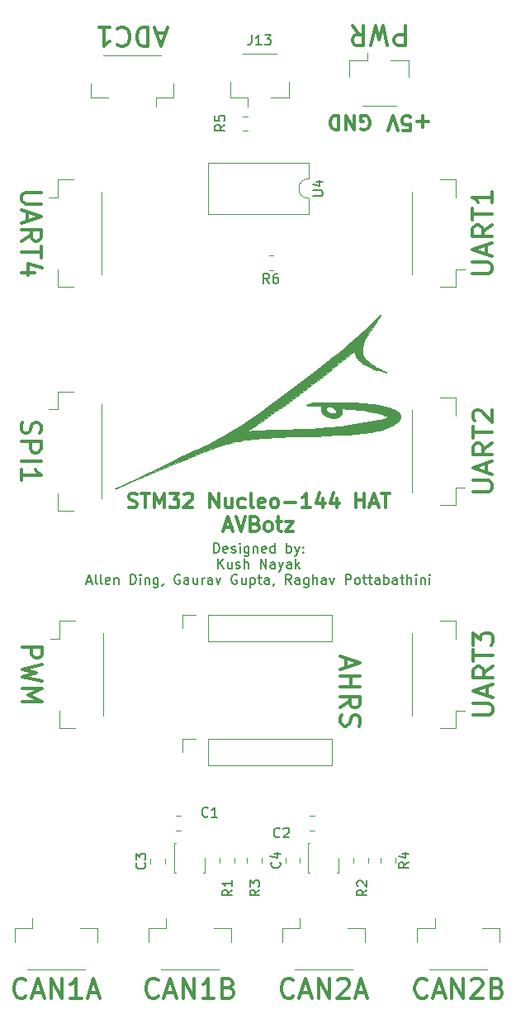
<source format=gbr>
%TF.GenerationSoftware,KiCad,Pcbnew,(6.0.1-0)*%
%TF.CreationDate,2023-01-01T10:50:50-08:00*%
%TF.ProjectId,nucleo_144_hat,6e75636c-656f-45f3-9134-345f6861742e,rev?*%
%TF.SameCoordinates,Original*%
%TF.FileFunction,Legend,Top*%
%TF.FilePolarity,Positive*%
%FSLAX46Y46*%
G04 Gerber Fmt 4.6, Leading zero omitted, Abs format (unit mm)*
G04 Created by KiCad (PCBNEW (6.0.1-0)) date 2023-01-01 10:50:50*
%MOMM*%
%LPD*%
G01*
G04 APERTURE LIST*
%ADD10C,0.040000*%
%ADD11C,0.300000*%
%ADD12C,0.150000*%
%ADD13C,0.120000*%
G04 APERTURE END LIST*
D10*
X160017921Y-81527887D02*
X160023034Y-81538523D01*
X160023034Y-81538523D02*
X160020852Y-81557956D01*
X160020852Y-81557956D02*
X160010504Y-81587582D01*
X160010504Y-81587582D02*
X159961823Y-81683001D01*
X159961823Y-81683001D02*
X159870022Y-81835949D01*
X159870022Y-81835949D02*
X159728128Y-82057598D01*
X159728128Y-82057598D02*
X159529172Y-82359119D01*
X159529172Y-82359119D02*
X158932187Y-83246454D01*
X158932187Y-83246454D02*
X158754835Y-83511568D01*
X158754835Y-83511568D02*
X158679729Y-83626793D01*
X158679729Y-83626793D02*
X158612808Y-83732220D01*
X158612808Y-83732220D02*
X158553424Y-83829168D01*
X158553424Y-83829168D02*
X158500933Y-83918954D01*
X158500933Y-83918954D02*
X158454687Y-84002898D01*
X158454687Y-84002898D02*
X158414041Y-84082317D01*
X158414041Y-84082317D02*
X158378348Y-84158529D01*
X158378348Y-84158529D02*
X158346961Y-84232853D01*
X158346961Y-84232853D02*
X158319235Y-84306607D01*
X158319235Y-84306607D02*
X158294523Y-84381108D01*
X158294523Y-84381108D02*
X158272179Y-84457675D01*
X158272179Y-84457675D02*
X158251556Y-84537627D01*
X158251556Y-84537627D02*
X158232009Y-84622281D01*
X158232009Y-84622281D02*
X158212890Y-84712955D01*
X158212890Y-84712955D02*
X158185527Y-84862980D01*
X158185527Y-84862980D02*
X158166521Y-85004087D01*
X158166521Y-85004087D02*
X158160264Y-85071561D01*
X158160264Y-85071561D02*
X158156232Y-85137123D01*
X158156232Y-85137123D02*
X158154469Y-85200880D01*
X158154469Y-85200880D02*
X158155020Y-85262937D01*
X158155020Y-85262937D02*
X158157931Y-85323400D01*
X158157931Y-85323400D02*
X158163247Y-85382377D01*
X158163247Y-85382377D02*
X158171012Y-85439971D01*
X158171012Y-85439971D02*
X158181272Y-85496290D01*
X158181272Y-85496290D02*
X158194071Y-85551440D01*
X158194071Y-85551440D02*
X158209456Y-85605526D01*
X158209456Y-85605526D02*
X158227471Y-85658655D01*
X158227471Y-85658655D02*
X158248160Y-85710933D01*
X158248160Y-85710933D02*
X158271570Y-85762465D01*
X158271570Y-85762465D02*
X158297744Y-85813358D01*
X158297744Y-85813358D02*
X158326729Y-85863717D01*
X158326729Y-85863717D02*
X158358569Y-85913649D01*
X158358569Y-85913649D02*
X158393309Y-85963260D01*
X158393309Y-85963260D02*
X158430995Y-86012656D01*
X158430995Y-86012656D02*
X158471671Y-86061943D01*
X158471671Y-86061943D02*
X158515383Y-86111226D01*
X158515383Y-86111226D02*
X158562175Y-86160612D01*
X158562175Y-86160612D02*
X158612093Y-86210208D01*
X158612093Y-86210208D02*
X158721485Y-86310449D01*
X158721485Y-86310449D02*
X158843921Y-86412797D01*
X158843921Y-86412797D02*
X158979760Y-86518102D01*
X158979760Y-86518102D02*
X159135302Y-86632540D01*
X159135302Y-86632540D02*
X159277600Y-86731559D01*
X159277600Y-86731559D02*
X159413601Y-86819005D01*
X159413601Y-86819005D02*
X159481412Y-86859591D01*
X159481412Y-86859591D02*
X159550254Y-86898726D01*
X159550254Y-86898726D02*
X159620995Y-86936891D01*
X159620995Y-86936891D02*
X159694504Y-86974568D01*
X159694504Y-86974568D02*
X159853300Y-87050377D01*
X159853300Y-87050377D02*
X160033588Y-87130001D01*
X160033588Y-87130001D02*
X160242315Y-87217287D01*
X160242315Y-87217287D02*
X160329664Y-87253530D01*
X160329664Y-87253530D02*
X160406225Y-87286178D01*
X160406225Y-87286178D02*
X160472007Y-87315243D01*
X160472007Y-87315243D02*
X160527018Y-87340738D01*
X160527018Y-87340738D02*
X160571267Y-87362674D01*
X160571267Y-87362674D02*
X160604762Y-87381065D01*
X160604762Y-87381065D02*
X160627512Y-87395923D01*
X160627512Y-87395923D02*
X160634860Y-87402031D01*
X160634860Y-87402031D02*
X160639526Y-87407260D01*
X160639526Y-87407260D02*
X160641509Y-87411612D01*
X160641509Y-87411612D02*
X160640811Y-87415089D01*
X160640811Y-87415089D02*
X160637434Y-87417691D01*
X160637434Y-87417691D02*
X160631378Y-87419421D01*
X160631378Y-87419421D02*
X160622644Y-87420281D01*
X160622644Y-87420281D02*
X160611234Y-87420270D01*
X160611234Y-87420270D02*
X160580387Y-87417648D01*
X160580387Y-87417648D02*
X160538848Y-87411567D01*
X160538848Y-87411567D02*
X160486623Y-87402039D01*
X160486623Y-87402039D02*
X160423721Y-87389078D01*
X160423721Y-87389078D02*
X160350152Y-87372694D01*
X160350152Y-87372694D02*
X160103498Y-87311715D01*
X160103498Y-87311715D02*
X159860862Y-87243001D01*
X159860862Y-87243001D02*
X159623395Y-87167184D01*
X159623395Y-87167184D02*
X159392249Y-87084898D01*
X159392249Y-87084898D02*
X159168575Y-86996775D01*
X159168575Y-86996775D02*
X158953524Y-86903448D01*
X158953524Y-86903448D02*
X158748249Y-86805550D01*
X158748249Y-86805550D02*
X158553900Y-86703715D01*
X158553900Y-86703715D02*
X158371629Y-86598574D01*
X158371629Y-86598574D02*
X158202587Y-86490762D01*
X158202587Y-86490762D02*
X158047926Y-86380911D01*
X158047926Y-86380911D02*
X157908796Y-86269653D01*
X157908796Y-86269653D02*
X157845416Y-86213695D01*
X157845416Y-86213695D02*
X157786350Y-86157623D01*
X157786350Y-86157623D02*
X157731743Y-86101515D01*
X157731743Y-86101515D02*
X157681739Y-86045452D01*
X157681739Y-86045452D02*
X157636481Y-85989511D01*
X157636481Y-85989511D02*
X157596113Y-85933773D01*
X157596113Y-85933773D02*
X157560780Y-85878317D01*
X157560780Y-85878317D02*
X157530626Y-85823221D01*
X157530626Y-85823221D02*
X157518683Y-85797877D01*
X157518683Y-85797877D02*
X157505875Y-85767948D01*
X157505875Y-85767948D02*
X157478666Y-85697600D01*
X157478666Y-85697600D02*
X157451013Y-85618707D01*
X157451013Y-85618707D02*
X157424932Y-85537797D01*
X157424932Y-85537797D02*
X157402438Y-85461399D01*
X157402438Y-85461399D02*
X157385546Y-85396041D01*
X157385546Y-85396041D02*
X157379831Y-85369544D01*
X157379831Y-85369544D02*
X157376271Y-85348254D01*
X157376271Y-85348254D02*
X157375119Y-85332990D01*
X157375119Y-85332990D02*
X157375525Y-85327872D01*
X157375525Y-85327872D02*
X157376628Y-85324566D01*
X157376628Y-85324566D02*
X157377197Y-85323443D01*
X157377197Y-85323443D02*
X157377653Y-85322089D01*
X157377653Y-85322089D02*
X157377998Y-85320523D01*
X157377998Y-85320523D02*
X157378234Y-85318764D01*
X157378234Y-85318764D02*
X157378362Y-85316830D01*
X157378362Y-85316830D02*
X157378385Y-85314739D01*
X157378385Y-85314739D02*
X157378304Y-85312509D01*
X157378304Y-85312509D02*
X157378121Y-85310159D01*
X157378121Y-85310159D02*
X157377838Y-85307707D01*
X157377838Y-85307707D02*
X157377457Y-85305172D01*
X157377457Y-85305172D02*
X157376980Y-85302572D01*
X157376980Y-85302572D02*
X157376408Y-85299925D01*
X157376408Y-85299925D02*
X157375744Y-85297250D01*
X157375744Y-85297250D02*
X157374989Y-85294565D01*
X157374989Y-85294565D02*
X157374145Y-85291889D01*
X157374145Y-85291889D02*
X157373214Y-85289239D01*
X157373214Y-85289239D02*
X157371493Y-85286348D01*
X157371493Y-85286348D02*
X157368810Y-85284365D01*
X157368810Y-85284365D02*
X157365174Y-85283284D01*
X157365174Y-85283284D02*
X157360591Y-85283102D01*
X157360591Y-85283102D02*
X157348616Y-85285410D01*
X157348616Y-85285410D02*
X157332944Y-85291250D01*
X157332944Y-85291250D02*
X157313633Y-85300582D01*
X157313633Y-85300582D02*
X157290742Y-85313366D01*
X157290742Y-85313366D02*
X157264331Y-85329562D01*
X157264331Y-85329562D02*
X157234458Y-85349131D01*
X157234458Y-85349131D02*
X157164561Y-85398228D01*
X157164561Y-85398228D02*
X157081521Y-85460336D01*
X157081521Y-85460336D02*
X156985810Y-85535140D01*
X156985810Y-85535140D02*
X156877897Y-85622319D01*
X156877897Y-85622319D02*
X155825808Y-86470826D01*
X155825808Y-86470826D02*
X154621818Y-87433997D01*
X154621818Y-87433997D02*
X153826949Y-88058203D01*
X153826949Y-88058203D02*
X153020885Y-88676329D01*
X153020885Y-88676329D02*
X152118763Y-89352677D01*
X152118763Y-89352677D02*
X151035719Y-90151550D01*
X151035719Y-90151550D02*
X150028574Y-90887646D01*
X150028574Y-90887646D02*
X149238393Y-91457355D01*
X149238393Y-91457355D02*
X148537923Y-91951504D01*
X148537923Y-91951504D02*
X147799917Y-92460918D01*
X147799917Y-92460918D02*
X147419622Y-92722031D01*
X147419622Y-92722031D02*
X147131133Y-92921611D01*
X147131133Y-92921611D02*
X146913571Y-93074212D01*
X146913571Y-93074212D02*
X146746055Y-93194390D01*
X146746055Y-93194390D02*
X146672197Y-93247431D01*
X146672197Y-93247431D02*
X146596085Y-93300779D01*
X146596085Y-93300779D02*
X146526679Y-93348226D01*
X146526679Y-93348226D02*
X146497292Y-93367797D01*
X146497292Y-93367797D02*
X146472941Y-93383566D01*
X146472941Y-93383566D02*
X146369041Y-93449544D01*
X146369041Y-93449544D02*
X146452162Y-93442345D01*
X146452162Y-93442345D02*
X146975341Y-93399321D01*
X146975341Y-93399321D02*
X147427587Y-93368723D01*
X147427587Y-93368723D02*
X147907176Y-93344805D01*
X147907176Y-93344805D02*
X148512388Y-93321819D01*
X148512388Y-93321819D02*
X149397390Y-93294767D01*
X149397390Y-93294767D02*
X150519178Y-93268384D01*
X150519178Y-93268384D02*
X151488770Y-93244824D01*
X151488770Y-93244824D02*
X152246129Y-93218000D01*
X152246129Y-93218000D02*
X152925214Y-93182063D01*
X152925214Y-93182063D02*
X153659982Y-93131159D01*
X153659982Y-93131159D02*
X154626302Y-93058021D01*
X154626302Y-93058021D02*
X155258839Y-93007321D01*
X155258839Y-93007321D02*
X155485325Y-92987387D01*
X155485325Y-92987387D02*
X155670830Y-92969465D01*
X155670830Y-92969465D02*
X155829507Y-92952355D01*
X155829507Y-92952355D02*
X155975511Y-92934859D01*
X155975511Y-92934859D02*
X156911410Y-92807736D01*
X156911410Y-92807736D02*
X157911342Y-92654342D01*
X157911342Y-92654342D02*
X158917549Y-92483998D01*
X158917549Y-92483998D02*
X159872278Y-92306029D01*
X159872278Y-92306029D02*
X159960668Y-92288305D01*
X159960668Y-92288305D02*
X160039278Y-92271622D01*
X160039278Y-92271622D02*
X160111467Y-92255107D01*
X160111467Y-92255107D02*
X160180597Y-92237890D01*
X160180597Y-92237890D02*
X160250029Y-92219096D01*
X160250029Y-92219096D02*
X160323126Y-92197854D01*
X160323126Y-92197854D02*
X160403249Y-92173291D01*
X160403249Y-92173291D02*
X160493759Y-92144536D01*
X160493759Y-92144536D02*
X160719299Y-92072268D01*
X160719299Y-92072268D02*
X160790490Y-92049668D01*
X160790490Y-92049668D02*
X160819714Y-92040635D01*
X160819714Y-92040635D02*
X160822374Y-92039343D01*
X160822374Y-92039343D02*
X160823153Y-92037233D01*
X160823153Y-92037233D02*
X160822123Y-92034342D01*
X160822123Y-92034342D02*
X160819355Y-92030708D01*
X160819355Y-92030708D02*
X160808897Y-92021365D01*
X160808897Y-92021365D02*
X160792354Y-92009507D01*
X160792354Y-92009507D02*
X160743320Y-91979465D01*
X160743320Y-91979465D02*
X160676867Y-91943013D01*
X160676867Y-91943013D02*
X160597604Y-91902585D01*
X160597604Y-91902585D02*
X160510143Y-91860614D01*
X160510143Y-91860614D02*
X160419096Y-91819531D01*
X160419096Y-91819531D02*
X160329074Y-91781770D01*
X160329074Y-91781770D02*
X160185920Y-91726161D01*
X160185920Y-91726161D02*
X160048823Y-91676915D01*
X160048823Y-91676915D02*
X159913655Y-91632906D01*
X159913655Y-91632906D02*
X159776288Y-91593003D01*
X159776288Y-91593003D02*
X159632592Y-91556078D01*
X159632592Y-91556078D02*
X159478440Y-91521002D01*
X159478440Y-91521002D02*
X159309703Y-91486646D01*
X159309703Y-91486646D02*
X159122253Y-91451882D01*
X159122253Y-91451882D02*
X158875301Y-91407315D01*
X158875301Y-91407315D02*
X158665085Y-91368538D01*
X158665085Y-91368538D02*
X158489505Y-91338297D01*
X158489505Y-91338297D02*
X158288285Y-91308601D01*
X158288285Y-91308601D02*
X158065613Y-91279894D01*
X158065613Y-91279894D02*
X157825677Y-91252622D01*
X157825677Y-91252622D02*
X157572664Y-91227233D01*
X157572664Y-91227233D02*
X157310761Y-91204172D01*
X157310761Y-91204172D02*
X157044157Y-91183886D01*
X157044157Y-91183886D02*
X156777038Y-91166820D01*
X156777038Y-91166820D02*
X156599371Y-91156013D01*
X156599371Y-91156013D02*
X156427241Y-91144546D01*
X156427241Y-91144546D02*
X156280299Y-91133788D01*
X156280299Y-91133788D02*
X156178192Y-91125111D01*
X156178192Y-91125111D02*
X156110159Y-91118247D01*
X156110159Y-91118247D02*
X156083240Y-91115635D01*
X156083240Y-91115635D02*
X156060638Y-91113756D01*
X156060638Y-91113756D02*
X156042041Y-91112745D01*
X156042041Y-91112745D02*
X156034147Y-91112610D01*
X156034147Y-91112610D02*
X156027137Y-91112743D01*
X156027137Y-91112743D02*
X156020973Y-91113163D01*
X156020973Y-91113163D02*
X156015615Y-91113887D01*
X156015615Y-91113887D02*
X156011025Y-91114932D01*
X156011025Y-91114932D02*
X156007163Y-91116316D01*
X156007163Y-91116316D02*
X156003992Y-91118055D01*
X156003992Y-91118055D02*
X156001471Y-91120167D01*
X156001471Y-91120167D02*
X155999561Y-91122670D01*
X155999561Y-91122670D02*
X155998225Y-91125580D01*
X155998225Y-91125580D02*
X155997422Y-91128915D01*
X155997422Y-91128915D02*
X155997115Y-91132692D01*
X155997115Y-91132692D02*
X155997263Y-91136929D01*
X155997263Y-91136929D02*
X155997829Y-91141642D01*
X155997829Y-91141642D02*
X155998772Y-91146849D01*
X155998772Y-91146849D02*
X156000055Y-91152568D01*
X156000055Y-91152568D02*
X156003482Y-91165608D01*
X156003482Y-91165608D02*
X156012693Y-91198584D01*
X156012693Y-91198584D02*
X156019216Y-91226461D01*
X156019216Y-91226461D02*
X156024737Y-91257320D01*
X156024737Y-91257320D02*
X156029265Y-91290650D01*
X156029265Y-91290650D02*
X156032810Y-91325943D01*
X156032810Y-91325943D02*
X156035384Y-91362688D01*
X156035384Y-91362688D02*
X156036994Y-91400375D01*
X156036994Y-91400375D02*
X156037653Y-91438496D01*
X156037653Y-91438496D02*
X156037369Y-91476540D01*
X156037369Y-91476540D02*
X156036153Y-91513998D01*
X156036153Y-91513998D02*
X156034015Y-91550360D01*
X156034015Y-91550360D02*
X156030964Y-91585117D01*
X156030964Y-91585117D02*
X156027012Y-91617759D01*
X156027012Y-91617759D02*
X156022166Y-91647775D01*
X156022166Y-91647775D02*
X156016439Y-91674658D01*
X156016439Y-91674658D02*
X156009839Y-91697896D01*
X156009839Y-91697896D02*
X156002377Y-91716980D01*
X156002377Y-91716980D02*
X155976816Y-91764867D01*
X155976816Y-91764867D02*
X155946690Y-91809469D01*
X155946690Y-91809469D02*
X155912240Y-91850793D01*
X155912240Y-91850793D02*
X155873708Y-91888847D01*
X155873708Y-91888847D02*
X155831336Y-91923639D01*
X155831336Y-91923639D02*
X155785367Y-91955177D01*
X155785367Y-91955177D02*
X155736042Y-91983467D01*
X155736042Y-91983467D02*
X155683603Y-92008519D01*
X155683603Y-92008519D02*
X155628292Y-92030338D01*
X155628292Y-92030338D02*
X155570352Y-92048933D01*
X155570352Y-92048933D02*
X155510025Y-92064312D01*
X155510025Y-92064312D02*
X155447551Y-92076482D01*
X155447551Y-92076482D02*
X155383174Y-92085451D01*
X155383174Y-92085451D02*
X155317136Y-92091226D01*
X155317136Y-92091226D02*
X155181041Y-92093225D01*
X155181041Y-92093225D02*
X155041205Y-92082542D01*
X155041205Y-92082542D02*
X154899562Y-92059236D01*
X154899562Y-92059236D02*
X154758049Y-92023370D01*
X154758049Y-92023370D02*
X154618602Y-91975003D01*
X154618602Y-91975003D02*
X154550258Y-91946151D01*
X154550258Y-91946151D02*
X154483157Y-91914197D01*
X154483157Y-91914197D02*
X154417540Y-91879149D01*
X154417540Y-91879149D02*
X154353650Y-91841013D01*
X154353650Y-91841013D02*
X154291728Y-91799799D01*
X154291728Y-91799799D02*
X154232017Y-91755512D01*
X154232017Y-91755512D02*
X154174759Y-91708162D01*
X154174759Y-91708162D02*
X154120195Y-91657755D01*
X154120195Y-91657755D02*
X154090432Y-91625857D01*
X154090432Y-91625857D02*
X154062692Y-91590515D01*
X154062692Y-91590515D02*
X154037074Y-91552132D01*
X154037074Y-91552132D02*
X154013681Y-91511109D01*
X154013681Y-91511109D02*
X153992613Y-91467846D01*
X153992613Y-91467846D02*
X153973973Y-91422746D01*
X153973973Y-91422746D02*
X153957860Y-91376209D01*
X153957860Y-91376209D02*
X153944378Y-91328637D01*
X153944378Y-91328637D02*
X153933626Y-91280431D01*
X153933626Y-91280431D02*
X153925706Y-91231992D01*
X153925706Y-91231992D02*
X153920720Y-91183722D01*
X153920720Y-91183722D02*
X153919371Y-91150749D01*
X153919371Y-91150749D02*
X154444799Y-91150749D01*
X154444799Y-91150749D02*
X154445594Y-91180161D01*
X154445594Y-91180161D02*
X154448961Y-91208843D01*
X154448961Y-91208843D02*
X154451646Y-91222765D01*
X154451646Y-91222765D02*
X154455019Y-91236330D01*
X154455019Y-91236330D02*
X154459095Y-91249480D01*
X154459095Y-91249480D02*
X154463888Y-91262158D01*
X154463888Y-91262158D02*
X154469413Y-91274304D01*
X154469413Y-91274304D02*
X154475686Y-91285862D01*
X154475686Y-91285862D02*
X154498713Y-91321268D01*
X154498713Y-91321268D02*
X154524714Y-91354937D01*
X154524714Y-91354937D02*
X154553448Y-91386841D01*
X154553448Y-91386841D02*
X154584671Y-91416950D01*
X154584671Y-91416950D02*
X154618141Y-91445233D01*
X154618141Y-91445233D02*
X154653613Y-91471660D01*
X154653613Y-91471660D02*
X154690845Y-91496202D01*
X154690845Y-91496202D02*
X154729594Y-91518829D01*
X154729594Y-91518829D02*
X154769618Y-91539511D01*
X154769618Y-91539511D02*
X154810672Y-91558218D01*
X154810672Y-91558218D02*
X154852514Y-91574919D01*
X154852514Y-91574919D02*
X154894900Y-91589587D01*
X154894900Y-91589587D02*
X154937588Y-91602189D01*
X154937588Y-91602189D02*
X154980335Y-91612697D01*
X154980335Y-91612697D02*
X155022898Y-91621080D01*
X155022898Y-91621080D02*
X155065033Y-91627309D01*
X155065033Y-91627309D02*
X155106497Y-91631354D01*
X155106497Y-91631354D02*
X155147048Y-91633184D01*
X155147048Y-91633184D02*
X155186442Y-91632770D01*
X155186442Y-91632770D02*
X155224436Y-91630083D01*
X155224436Y-91630083D02*
X155260788Y-91625091D01*
X155260788Y-91625091D02*
X155295254Y-91617766D01*
X155295254Y-91617766D02*
X155327591Y-91608077D01*
X155327591Y-91608077D02*
X155357555Y-91595995D01*
X155357555Y-91595995D02*
X155384905Y-91581489D01*
X155384905Y-91581489D02*
X155409397Y-91564529D01*
X155409397Y-91564529D02*
X155430788Y-91545087D01*
X155430788Y-91545087D02*
X155448834Y-91523131D01*
X155448834Y-91523131D02*
X155463294Y-91498632D01*
X155463294Y-91498632D02*
X155473923Y-91471561D01*
X155473923Y-91471561D02*
X155480478Y-91441886D01*
X155480478Y-91441886D02*
X155482718Y-91409579D01*
X155482718Y-91409579D02*
X155481765Y-91396005D01*
X155481765Y-91396005D02*
X155478958Y-91381668D01*
X155478958Y-91381668D02*
X155474370Y-91366632D01*
X155474370Y-91366632D02*
X155468077Y-91350961D01*
X155468077Y-91350961D02*
X155450669Y-91317966D01*
X155450669Y-91317966D02*
X155427332Y-91283194D01*
X155427332Y-91283194D02*
X155398661Y-91247153D01*
X155398661Y-91247153D02*
X155365252Y-91210355D01*
X155365252Y-91210355D02*
X155327701Y-91173307D01*
X155327701Y-91173307D02*
X155286603Y-91136521D01*
X155286603Y-91136521D02*
X155242556Y-91100505D01*
X155242556Y-91100505D02*
X155196155Y-91065769D01*
X155196155Y-91065769D02*
X155147996Y-91032823D01*
X155147996Y-91032823D02*
X155098674Y-91002177D01*
X155098674Y-91002177D02*
X155048786Y-90974339D01*
X155048786Y-90974339D02*
X154998928Y-90949821D01*
X154998928Y-90949821D02*
X154949696Y-90929131D01*
X154949696Y-90929131D02*
X154901686Y-90912779D01*
X154901686Y-90912779D02*
X154886549Y-90908808D01*
X154886549Y-90908808D02*
X154869791Y-90905356D01*
X154869791Y-90905356D02*
X154851604Y-90902424D01*
X154851604Y-90902424D02*
X154832177Y-90900012D01*
X154832177Y-90900012D02*
X154811701Y-90898121D01*
X154811701Y-90898121D02*
X154790365Y-90896751D01*
X154790365Y-90896751D02*
X154768361Y-90895904D01*
X154768361Y-90895904D02*
X154745879Y-90895580D01*
X154745879Y-90895580D02*
X154723109Y-90895779D01*
X154723109Y-90895779D02*
X154700241Y-90896503D01*
X154700241Y-90896503D02*
X154677467Y-90897751D01*
X154677467Y-90897751D02*
X154654975Y-90899525D01*
X154654975Y-90899525D02*
X154632957Y-90901826D01*
X154632957Y-90901826D02*
X154611603Y-90904653D01*
X154611603Y-90904653D02*
X154591103Y-90908007D01*
X154591103Y-90908007D02*
X154571647Y-90911890D01*
X154571647Y-90911890D02*
X154561690Y-90914705D01*
X154561690Y-90914705D02*
X154552032Y-90918673D01*
X154552032Y-90918673D02*
X154542689Y-90923737D01*
X154542689Y-90923737D02*
X154533675Y-90929837D01*
X154533675Y-90929837D02*
X154525006Y-90936916D01*
X154525006Y-90936916D02*
X154516696Y-90944916D01*
X154516696Y-90944916D02*
X154508761Y-90953778D01*
X154508761Y-90953778D02*
X154501215Y-90963445D01*
X154501215Y-90963445D02*
X154494073Y-90973859D01*
X154494073Y-90973859D02*
X154487350Y-90984961D01*
X154487350Y-90984961D02*
X154475221Y-91008998D01*
X154475221Y-91008998D02*
X154464948Y-91035092D01*
X154464948Y-91035092D02*
X154456650Y-91062779D01*
X154456650Y-91062779D02*
X154450446Y-91091594D01*
X154450446Y-91091594D02*
X154446456Y-91121072D01*
X154446456Y-91121072D02*
X154444799Y-91150749D01*
X154444799Y-91150749D02*
X153919371Y-91150749D01*
X153919371Y-91150749D02*
X153918769Y-91136021D01*
X153918769Y-91136021D02*
X153919954Y-91089292D01*
X153919954Y-91089292D02*
X153924376Y-91043935D01*
X153924376Y-91043935D02*
X153932138Y-91000351D01*
X153932138Y-91000351D02*
X153943339Y-90958942D01*
X153943339Y-90958942D02*
X153947191Y-90946834D01*
X153947191Y-90946834D02*
X153950790Y-90935186D01*
X153950790Y-90935186D02*
X153954056Y-90924280D01*
X153954056Y-90924280D02*
X153956911Y-90914394D01*
X153956911Y-90914394D02*
X153959275Y-90905810D01*
X153959275Y-90905810D02*
X153961070Y-90898806D01*
X153961070Y-90898806D02*
X153962216Y-90893664D01*
X153962216Y-90893664D02*
X153962521Y-90891878D01*
X153962521Y-90891878D02*
X153962634Y-90890663D01*
X153962634Y-90890663D02*
X153961185Y-90889756D01*
X153961185Y-90889756D02*
X153956906Y-90888874D01*
X153956906Y-90888874D02*
X153940436Y-90887204D01*
X153940436Y-90887204D02*
X153914379Y-90885689D01*
X153914379Y-90885689D02*
X153879893Y-90884364D01*
X153879893Y-90884364D02*
X153790253Y-90882429D01*
X153790253Y-90882429D02*
X153680763Y-90881684D01*
X153680763Y-90881684D02*
X153442737Y-90879804D01*
X153442737Y-90879804D02*
X153216722Y-90874477D01*
X153216722Y-90874477D02*
X153008172Y-90866090D01*
X153008172Y-90866090D02*
X152822543Y-90855031D01*
X152822543Y-90855031D02*
X152665291Y-90841686D01*
X152665291Y-90841686D02*
X152599012Y-90834277D01*
X152599012Y-90834277D02*
X152541873Y-90826442D01*
X152541873Y-90826442D02*
X152494555Y-90818229D01*
X152494555Y-90818229D02*
X152457742Y-90809687D01*
X152457742Y-90809687D02*
X152432115Y-90800864D01*
X152432115Y-90800864D02*
X152423709Y-90796362D01*
X152423709Y-90796362D02*
X152418356Y-90791808D01*
X152418356Y-90791808D02*
X152413909Y-90783893D01*
X152413909Y-90783893D02*
X152413167Y-90775471D01*
X152413167Y-90775471D02*
X152415995Y-90766581D01*
X152415995Y-90766581D02*
X152422257Y-90757263D01*
X152422257Y-90757263D02*
X152444540Y-90737508D01*
X152444540Y-90737508D02*
X152478930Y-90716530D01*
X152478930Y-90716530D02*
X152524338Y-90694653D01*
X152524338Y-90694653D02*
X152579679Y-90672200D01*
X152579679Y-90672200D02*
X152643865Y-90649495D01*
X152643865Y-90649495D02*
X152715811Y-90626864D01*
X152715811Y-90626864D02*
X152878634Y-90583114D01*
X152878634Y-90583114D02*
X153059453Y-90543543D01*
X153059453Y-90543543D02*
X153153894Y-90526134D01*
X153153894Y-90526134D02*
X153249574Y-90510741D01*
X153249574Y-90510741D02*
X153345406Y-90497689D01*
X153345406Y-90497689D02*
X153440304Y-90487301D01*
X153440304Y-90487301D02*
X153674669Y-90476173D01*
X153674669Y-90476173D02*
X154053170Y-90471194D01*
X154053170Y-90471194D02*
X155107495Y-90477783D01*
X155107495Y-90477783D02*
X156333104Y-90503269D01*
X156333104Y-90503269D02*
X157459823Y-90543854D01*
X157459823Y-90543854D02*
X157963095Y-90572855D01*
X157963095Y-90572855D02*
X158443786Y-90610824D01*
X158443786Y-90610824D02*
X158900609Y-90657390D01*
X158900609Y-90657390D02*
X159332277Y-90712182D01*
X159332277Y-90712182D02*
X159737503Y-90774828D01*
X159737503Y-90774828D02*
X160115000Y-90844957D01*
X160115000Y-90844957D02*
X160463481Y-90922198D01*
X160463481Y-90922198D02*
X160781659Y-91006180D01*
X160781659Y-91006180D02*
X160928983Y-91050583D01*
X160928983Y-91050583D02*
X161068248Y-91096532D01*
X161068248Y-91096532D02*
X161199294Y-91143981D01*
X161199294Y-91143981D02*
X161321960Y-91192883D01*
X161321960Y-91192883D02*
X161436085Y-91243191D01*
X161436085Y-91243191D02*
X161541508Y-91294861D01*
X161541508Y-91294861D02*
X161638069Y-91347844D01*
X161638069Y-91347844D02*
X161725606Y-91402095D01*
X161725606Y-91402095D02*
X161803959Y-91457567D01*
X161803959Y-91457567D02*
X161872966Y-91514214D01*
X161872966Y-91514214D02*
X161932467Y-91571990D01*
X161932467Y-91571990D02*
X161982301Y-91630848D01*
X161982301Y-91630848D02*
X162022308Y-91690742D01*
X162022308Y-91690742D02*
X162052325Y-91751624D01*
X162052325Y-91751624D02*
X162072193Y-91813450D01*
X162072193Y-91813450D02*
X162081750Y-91876173D01*
X162081750Y-91876173D02*
X162083264Y-91911578D01*
X162083264Y-91911578D02*
X162082904Y-91946742D01*
X162082904Y-91946742D02*
X162080670Y-91981667D01*
X162080670Y-91981667D02*
X162076560Y-92016356D01*
X162076560Y-92016356D02*
X162070571Y-92050810D01*
X162070571Y-92050810D02*
X162062702Y-92085032D01*
X162062702Y-92085032D02*
X162052951Y-92119024D01*
X162052951Y-92119024D02*
X162041316Y-92152788D01*
X162041316Y-92152788D02*
X162012386Y-92219642D01*
X162012386Y-92219642D02*
X161975897Y-92285610D01*
X161975897Y-92285610D02*
X161931833Y-92350710D01*
X161931833Y-92350710D02*
X161880180Y-92414959D01*
X161880180Y-92414959D02*
X161820922Y-92478376D01*
X161820922Y-92478376D02*
X161754044Y-92540976D01*
X161754044Y-92540976D02*
X161679530Y-92602778D01*
X161679530Y-92602778D02*
X161597367Y-92663800D01*
X161597367Y-92663800D02*
X161507538Y-92724057D01*
X161507538Y-92724057D02*
X161410027Y-92783568D01*
X161410027Y-92783568D02*
X161304821Y-92842351D01*
X161304821Y-92842351D02*
X161191903Y-92900422D01*
X161191903Y-92900422D02*
X160992881Y-92995077D01*
X160992881Y-92995077D02*
X160792555Y-93082546D01*
X160792555Y-93082546D02*
X160588859Y-93163233D01*
X160588859Y-93163233D02*
X160379728Y-93237541D01*
X160379728Y-93237541D02*
X160163094Y-93305873D01*
X160163094Y-93305873D02*
X159936891Y-93368634D01*
X159936891Y-93368634D02*
X159699052Y-93426226D01*
X159699052Y-93426226D02*
X159447511Y-93479054D01*
X159447511Y-93479054D02*
X158895057Y-93572027D01*
X158895057Y-93572027D02*
X158262994Y-93650780D01*
X158262994Y-93650780D02*
X157534792Y-93718543D01*
X157534792Y-93718543D02*
X156693918Y-93778542D01*
X156693918Y-93778542D02*
X155511140Y-93848845D01*
X155511140Y-93848845D02*
X154454026Y-93901294D01*
X154454026Y-93901294D02*
X153462996Y-93938493D01*
X153462996Y-93938493D02*
X152478471Y-93963042D01*
X152478471Y-93963042D02*
X151013312Y-93992746D01*
X151013312Y-93992746D02*
X150498177Y-94006077D01*
X150498177Y-94006077D02*
X150072020Y-94020614D01*
X150072020Y-94020614D02*
X149692852Y-94038025D01*
X149692852Y-94038025D02*
X149318684Y-94059976D01*
X149318684Y-94059976D02*
X148417392Y-94124163D01*
X148417392Y-94124163D02*
X147798718Y-94171704D01*
X147798718Y-94171704D02*
X147275878Y-94215522D01*
X147275878Y-94215522D02*
X146831126Y-94257780D01*
X146831126Y-94257780D02*
X146446717Y-94300640D01*
X146446717Y-94300640D02*
X146104906Y-94346265D01*
X146104906Y-94346265D02*
X145787950Y-94396820D01*
X145787950Y-94396820D02*
X145478102Y-94454466D01*
X145478102Y-94454466D02*
X145157619Y-94521366D01*
X145157619Y-94521366D02*
X144686578Y-94631124D01*
X144686578Y-94631124D02*
X144209586Y-94758359D01*
X144209586Y-94758359D02*
X143705206Y-94910524D01*
X143705206Y-94910524D02*
X143151998Y-95095071D01*
X143151998Y-95095071D02*
X142528524Y-95319450D01*
X142528524Y-95319450D02*
X141813345Y-95591114D01*
X141813345Y-95591114D02*
X140985024Y-95917514D01*
X140985024Y-95917514D02*
X140022121Y-96306103D01*
X140022121Y-96306103D02*
X138888106Y-96765795D01*
X138888106Y-96765795D02*
X138120656Y-97079466D01*
X138120656Y-97079466D02*
X137280929Y-97431537D01*
X137280929Y-97431537D02*
X135022956Y-98404253D01*
X135022956Y-98404253D02*
X134234081Y-98746517D01*
X134234081Y-98746517D02*
X133746448Y-98956640D01*
X133746448Y-98956640D02*
X133280633Y-99154252D01*
X133280633Y-99154252D02*
X133118630Y-99222560D01*
X133118630Y-99222560D02*
X132997000Y-99273401D01*
X132997000Y-99273401D02*
X132910568Y-99308926D01*
X132910568Y-99308926D02*
X132854163Y-99331282D01*
X132854163Y-99331282D02*
X132835603Y-99338193D01*
X132835603Y-99338193D02*
X132822610Y-99342618D01*
X132822610Y-99342618D02*
X132814537Y-99344826D01*
X132814537Y-99344826D02*
X132812143Y-99345182D01*
X132812143Y-99345182D02*
X132810737Y-99345084D01*
X132810737Y-99345084D02*
X132960912Y-99264376D01*
X132960912Y-99264376D02*
X133451125Y-99023480D01*
X133451125Y-99023480D02*
X135539497Y-98018406D01*
X135539497Y-98018406D02*
X137474604Y-97089105D01*
X137474604Y-97089105D02*
X138727800Y-96480584D01*
X138727800Y-96480584D02*
X139631123Y-96038966D01*
X139631123Y-96038966D02*
X140217892Y-95756443D01*
X140217892Y-95756443D02*
X140732008Y-95517476D01*
X140732008Y-95517476D02*
X141417374Y-95206524D01*
X141417374Y-95206524D02*
X141904782Y-94984429D01*
X141904782Y-94984429D02*
X142335925Y-94784193D01*
X142335925Y-94784193D02*
X142721150Y-94600632D01*
X142721150Y-94600632D02*
X143070806Y-94428559D01*
X143070806Y-94428559D02*
X143395239Y-94262790D01*
X143395239Y-94262790D02*
X143704799Y-94098140D01*
X143704799Y-94098140D02*
X144009833Y-93929423D01*
X144009833Y-93929423D02*
X144320689Y-93751453D01*
X144320689Y-93751453D02*
X145001309Y-93341654D01*
X145001309Y-93341654D02*
X145746688Y-92862866D01*
X145746688Y-92862866D02*
X146587626Y-92292983D01*
X146587626Y-92292983D02*
X147554923Y-91609896D01*
X147554923Y-91609896D02*
X148679377Y-90791500D01*
X148679377Y-90791500D02*
X149991787Y-89815686D01*
X149991787Y-89815686D02*
X153303674Y-87303377D01*
X153303674Y-87303377D02*
X154616638Y-86292036D01*
X154616638Y-86292036D02*
X155138365Y-85881906D01*
X155138365Y-85881906D02*
X155609470Y-85503593D01*
X155609470Y-85503593D02*
X156059364Y-85133191D01*
X156059364Y-85133191D02*
X156517459Y-84746793D01*
X156517459Y-84746793D02*
X157575895Y-83830383D01*
X157575895Y-83830383D02*
X158028276Y-83431449D01*
X158028276Y-83431449D02*
X158214055Y-83263581D01*
X158214055Y-83263581D02*
X158391098Y-83099712D01*
X158391098Y-83099712D02*
X158573060Y-82927041D01*
X158573060Y-82927041D02*
X158773595Y-82732769D01*
X158773595Y-82732769D02*
X159285006Y-82228216D01*
X159285006Y-82228216D02*
X159561304Y-81955035D01*
X159561304Y-81955035D02*
X159789412Y-81731324D01*
X159789412Y-81731324D02*
X159945662Y-81580168D01*
X159945662Y-81580168D02*
X159989444Y-81539012D01*
X159989444Y-81539012D02*
X160001454Y-81528302D01*
X160001454Y-81528302D02*
X160006384Y-81524652D01*
X160006384Y-81524652D02*
X160017921Y-81527887D01*
G36*
X153919954Y-91089292D02*
G01*
X153924376Y-91043935D01*
X153932138Y-91000351D01*
X153943339Y-90958942D01*
X153947191Y-90946834D01*
X153950790Y-90935186D01*
X153954056Y-90924280D01*
X153956911Y-90914394D01*
X153959275Y-90905810D01*
X153961070Y-90898806D01*
X153962216Y-90893664D01*
X153962521Y-90891878D01*
X153962634Y-90890663D01*
X153961185Y-90889756D01*
X153956906Y-90888874D01*
X153940436Y-90887204D01*
X153914379Y-90885689D01*
X153879893Y-90884364D01*
X153790253Y-90882429D01*
X153680763Y-90881684D01*
X153442737Y-90879804D01*
X153216722Y-90874477D01*
X153008172Y-90866090D01*
X152822543Y-90855031D01*
X152665291Y-90841686D01*
X152599012Y-90834277D01*
X152541873Y-90826442D01*
X152494555Y-90818229D01*
X152457742Y-90809687D01*
X152432115Y-90800864D01*
X152423709Y-90796362D01*
X152418356Y-90791808D01*
X152413909Y-90783893D01*
X152413167Y-90775471D01*
X152415995Y-90766581D01*
X152422257Y-90757263D01*
X152444540Y-90737508D01*
X152478930Y-90716530D01*
X152524338Y-90694653D01*
X152579679Y-90672200D01*
X152643865Y-90649495D01*
X152715811Y-90626864D01*
X152878634Y-90583114D01*
X153059453Y-90543543D01*
X153153894Y-90526134D01*
X153249574Y-90510741D01*
X153345406Y-90497689D01*
X153440304Y-90487301D01*
X153674669Y-90476173D01*
X154053170Y-90471194D01*
X155107495Y-90477783D01*
X156333104Y-90503269D01*
X157459823Y-90543854D01*
X157963095Y-90572855D01*
X158443786Y-90610824D01*
X158900609Y-90657390D01*
X159332277Y-90712182D01*
X159737503Y-90774828D01*
X160115000Y-90844957D01*
X160463481Y-90922198D01*
X160781659Y-91006180D01*
X160928983Y-91050583D01*
X161068248Y-91096532D01*
X161199294Y-91143981D01*
X161321960Y-91192883D01*
X161436085Y-91243191D01*
X161541508Y-91294861D01*
X161638069Y-91347844D01*
X161725606Y-91402095D01*
X161803959Y-91457567D01*
X161872966Y-91514214D01*
X161932467Y-91571990D01*
X161982301Y-91630848D01*
X162022308Y-91690742D01*
X162052325Y-91751624D01*
X162072193Y-91813450D01*
X162081750Y-91876173D01*
X162083264Y-91911578D01*
X162082904Y-91946742D01*
X162080670Y-91981667D01*
X162076560Y-92016356D01*
X162070571Y-92050810D01*
X162062702Y-92085032D01*
X162052951Y-92119024D01*
X162041316Y-92152788D01*
X162012386Y-92219642D01*
X161975897Y-92285610D01*
X161931833Y-92350710D01*
X161880180Y-92414959D01*
X161820922Y-92478376D01*
X161754044Y-92540976D01*
X161679530Y-92602778D01*
X161597367Y-92663800D01*
X161507538Y-92724057D01*
X161410027Y-92783568D01*
X161304821Y-92842351D01*
X161191903Y-92900422D01*
X160992881Y-92995077D01*
X160792555Y-93082546D01*
X160588859Y-93163233D01*
X160379728Y-93237541D01*
X160163094Y-93305873D01*
X159936891Y-93368634D01*
X159699052Y-93426226D01*
X159447511Y-93479054D01*
X158895057Y-93572027D01*
X158262994Y-93650780D01*
X157534792Y-93718543D01*
X156693918Y-93778542D01*
X155511140Y-93848845D01*
X154454026Y-93901294D01*
X153462996Y-93938493D01*
X152478471Y-93963042D01*
X151013312Y-93992746D01*
X150498177Y-94006077D01*
X150072020Y-94020614D01*
X149692852Y-94038025D01*
X149318684Y-94059976D01*
X148417392Y-94124163D01*
X147798718Y-94171704D01*
X147275878Y-94215522D01*
X146831126Y-94257780D01*
X146446717Y-94300640D01*
X146104906Y-94346265D01*
X145787950Y-94396820D01*
X145478102Y-94454466D01*
X145157619Y-94521366D01*
X144686578Y-94631124D01*
X144209586Y-94758359D01*
X143705206Y-94910524D01*
X143151998Y-95095071D01*
X142528524Y-95319450D01*
X141813345Y-95591114D01*
X140985024Y-95917514D01*
X140022121Y-96306103D01*
X138888106Y-96765795D01*
X138120656Y-97079466D01*
X137280929Y-97431537D01*
X135022956Y-98404253D01*
X134234081Y-98746517D01*
X133746448Y-98956640D01*
X133280633Y-99154252D01*
X133118630Y-99222560D01*
X132997000Y-99273401D01*
X132910568Y-99308926D01*
X132854163Y-99331282D01*
X132835603Y-99338193D01*
X132822610Y-99342618D01*
X132814537Y-99344826D01*
X132812143Y-99345182D01*
X132810737Y-99345084D01*
X132960912Y-99264376D01*
X133451125Y-99023480D01*
X135539497Y-98018406D01*
X137474604Y-97089105D01*
X138727800Y-96480584D01*
X139631123Y-96038966D01*
X140217892Y-95756443D01*
X140732008Y-95517476D01*
X141417374Y-95206524D01*
X141904782Y-94984429D01*
X142335925Y-94784193D01*
X142721150Y-94600632D01*
X143070806Y-94428559D01*
X143395239Y-94262790D01*
X143704799Y-94098140D01*
X144009833Y-93929423D01*
X144320689Y-93751453D01*
X145001309Y-93341654D01*
X145746688Y-92862866D01*
X146587626Y-92292983D01*
X147554923Y-91609896D01*
X148679377Y-90791500D01*
X149991787Y-89815686D01*
X153303674Y-87303377D01*
X154616638Y-86292036D01*
X155138365Y-85881906D01*
X155609470Y-85503593D01*
X156059364Y-85133191D01*
X156517459Y-84746793D01*
X157575895Y-83830383D01*
X158028276Y-83431449D01*
X158214055Y-83263581D01*
X158391098Y-83099712D01*
X158573060Y-82927041D01*
X158773595Y-82732769D01*
X159285006Y-82228216D01*
X159561304Y-81955035D01*
X159789412Y-81731324D01*
X159945662Y-81580168D01*
X159989444Y-81539012D01*
X160001454Y-81528302D01*
X160006384Y-81524652D01*
X160017921Y-81527887D01*
X160023034Y-81538523D01*
X160020852Y-81557956D01*
X160010504Y-81587582D01*
X159961823Y-81683001D01*
X159870022Y-81835949D01*
X159728128Y-82057598D01*
X159529172Y-82359119D01*
X158932187Y-83246454D01*
X158754835Y-83511568D01*
X158679729Y-83626793D01*
X158612808Y-83732220D01*
X158553424Y-83829168D01*
X158500933Y-83918954D01*
X158454687Y-84002898D01*
X158414041Y-84082317D01*
X158378348Y-84158529D01*
X158346961Y-84232853D01*
X158319235Y-84306607D01*
X158294523Y-84381108D01*
X158272179Y-84457675D01*
X158251556Y-84537627D01*
X158232009Y-84622281D01*
X158212890Y-84712955D01*
X158185527Y-84862980D01*
X158166521Y-85004087D01*
X158160264Y-85071561D01*
X158156232Y-85137123D01*
X158154469Y-85200880D01*
X158155020Y-85262937D01*
X158157931Y-85323400D01*
X158163247Y-85382377D01*
X158171012Y-85439971D01*
X158181272Y-85496290D01*
X158194071Y-85551440D01*
X158209456Y-85605526D01*
X158227471Y-85658655D01*
X158248160Y-85710933D01*
X158271570Y-85762465D01*
X158297744Y-85813358D01*
X158326729Y-85863717D01*
X158358569Y-85913649D01*
X158393309Y-85963260D01*
X158430995Y-86012656D01*
X158471671Y-86061943D01*
X158515383Y-86111226D01*
X158562175Y-86160612D01*
X158612093Y-86210208D01*
X158721485Y-86310449D01*
X158843921Y-86412797D01*
X158979760Y-86518102D01*
X159135302Y-86632540D01*
X159277600Y-86731559D01*
X159413601Y-86819005D01*
X159481412Y-86859591D01*
X159550254Y-86898726D01*
X159620995Y-86936891D01*
X159694504Y-86974568D01*
X159853300Y-87050377D01*
X160033588Y-87130001D01*
X160242315Y-87217287D01*
X160329664Y-87253530D01*
X160406225Y-87286178D01*
X160472007Y-87315243D01*
X160527018Y-87340738D01*
X160571267Y-87362674D01*
X160604762Y-87381065D01*
X160627512Y-87395923D01*
X160634860Y-87402031D01*
X160639526Y-87407260D01*
X160641509Y-87411612D01*
X160640811Y-87415089D01*
X160637434Y-87417691D01*
X160631378Y-87419421D01*
X160622644Y-87420281D01*
X160611234Y-87420270D01*
X160580387Y-87417648D01*
X160538848Y-87411567D01*
X160486623Y-87402039D01*
X160423721Y-87389078D01*
X160350152Y-87372694D01*
X160103498Y-87311715D01*
X159860862Y-87243001D01*
X159623395Y-87167184D01*
X159392249Y-87084898D01*
X159168575Y-86996775D01*
X158953524Y-86903448D01*
X158748249Y-86805550D01*
X158553900Y-86703715D01*
X158371629Y-86598574D01*
X158202587Y-86490762D01*
X158047926Y-86380911D01*
X157908796Y-86269653D01*
X157845416Y-86213695D01*
X157786350Y-86157623D01*
X157731743Y-86101515D01*
X157681739Y-86045452D01*
X157636481Y-85989511D01*
X157596113Y-85933773D01*
X157560780Y-85878317D01*
X157530626Y-85823221D01*
X157518683Y-85797877D01*
X157505875Y-85767948D01*
X157478666Y-85697600D01*
X157451013Y-85618707D01*
X157424932Y-85537797D01*
X157402438Y-85461399D01*
X157385546Y-85396041D01*
X157379831Y-85369544D01*
X157376271Y-85348254D01*
X157375119Y-85332990D01*
X157375525Y-85327872D01*
X157376628Y-85324566D01*
X157377197Y-85323443D01*
X157377653Y-85322089D01*
X157377998Y-85320523D01*
X157378234Y-85318764D01*
X157378362Y-85316830D01*
X157378385Y-85314739D01*
X157378304Y-85312509D01*
X157378121Y-85310159D01*
X157377838Y-85307707D01*
X157377457Y-85305172D01*
X157376980Y-85302572D01*
X157376408Y-85299925D01*
X157375744Y-85297250D01*
X157374989Y-85294565D01*
X157374145Y-85291889D01*
X157373214Y-85289239D01*
X157371493Y-85286348D01*
X157368810Y-85284365D01*
X157365174Y-85283284D01*
X157360591Y-85283102D01*
X157348616Y-85285410D01*
X157332944Y-85291250D01*
X157313633Y-85300582D01*
X157290742Y-85313366D01*
X157264331Y-85329562D01*
X157234458Y-85349131D01*
X157164561Y-85398228D01*
X157081521Y-85460336D01*
X156985810Y-85535140D01*
X156877897Y-85622319D01*
X155825808Y-86470826D01*
X154621818Y-87433997D01*
X153826949Y-88058203D01*
X153020885Y-88676329D01*
X152118763Y-89352677D01*
X151035719Y-90151550D01*
X150028574Y-90887646D01*
X149238393Y-91457355D01*
X148537923Y-91951504D01*
X147799917Y-92460918D01*
X147419622Y-92722031D01*
X147131133Y-92921611D01*
X146913571Y-93074212D01*
X146746055Y-93194390D01*
X146672197Y-93247431D01*
X146596085Y-93300779D01*
X146526679Y-93348226D01*
X146497292Y-93367797D01*
X146472941Y-93383566D01*
X146369041Y-93449544D01*
X146452162Y-93442345D01*
X146975341Y-93399321D01*
X147427587Y-93368723D01*
X147907176Y-93344805D01*
X148512388Y-93321819D01*
X149397390Y-93294767D01*
X150519178Y-93268384D01*
X151488770Y-93244824D01*
X152246129Y-93218000D01*
X152925214Y-93182063D01*
X153659982Y-93131159D01*
X154626302Y-93058021D01*
X155258839Y-93007321D01*
X155485325Y-92987387D01*
X155670830Y-92969465D01*
X155829507Y-92952355D01*
X155975511Y-92934859D01*
X156911410Y-92807736D01*
X157911342Y-92654342D01*
X158917549Y-92483998D01*
X159872278Y-92306029D01*
X159960668Y-92288305D01*
X160039278Y-92271622D01*
X160111467Y-92255107D01*
X160180597Y-92237890D01*
X160250029Y-92219096D01*
X160323126Y-92197854D01*
X160403249Y-92173291D01*
X160493759Y-92144536D01*
X160719299Y-92072268D01*
X160790490Y-92049668D01*
X160819714Y-92040635D01*
X160822374Y-92039343D01*
X160823153Y-92037233D01*
X160822123Y-92034342D01*
X160819355Y-92030708D01*
X160808897Y-92021365D01*
X160792354Y-92009507D01*
X160743320Y-91979465D01*
X160676867Y-91943013D01*
X160597604Y-91902585D01*
X160510143Y-91860614D01*
X160419096Y-91819531D01*
X160329074Y-91781770D01*
X160185920Y-91726161D01*
X160048823Y-91676915D01*
X159913655Y-91632906D01*
X159776288Y-91593003D01*
X159632592Y-91556078D01*
X159478440Y-91521002D01*
X159309703Y-91486646D01*
X159122253Y-91451882D01*
X158875301Y-91407315D01*
X158665085Y-91368538D01*
X158489505Y-91338297D01*
X158288285Y-91308601D01*
X158065613Y-91279894D01*
X157825677Y-91252622D01*
X157572664Y-91227233D01*
X157310761Y-91204172D01*
X157044157Y-91183886D01*
X156777038Y-91166820D01*
X156599371Y-91156013D01*
X156427241Y-91144546D01*
X156280299Y-91133788D01*
X156178192Y-91125111D01*
X156110159Y-91118247D01*
X156083240Y-91115635D01*
X156060638Y-91113756D01*
X156042041Y-91112745D01*
X156034147Y-91112610D01*
X156027137Y-91112743D01*
X156020973Y-91113163D01*
X156015615Y-91113887D01*
X156011025Y-91114932D01*
X156007163Y-91116316D01*
X156003992Y-91118055D01*
X156001471Y-91120167D01*
X155999561Y-91122670D01*
X155998225Y-91125580D01*
X155997422Y-91128915D01*
X155997115Y-91132692D01*
X155997263Y-91136929D01*
X155997829Y-91141642D01*
X155998772Y-91146849D01*
X156000055Y-91152568D01*
X156003482Y-91165608D01*
X156012693Y-91198584D01*
X156019216Y-91226461D01*
X156024737Y-91257320D01*
X156029265Y-91290650D01*
X156032810Y-91325943D01*
X156035384Y-91362688D01*
X156036994Y-91400375D01*
X156037653Y-91438496D01*
X156037369Y-91476540D01*
X156036153Y-91513998D01*
X156034015Y-91550360D01*
X156030964Y-91585117D01*
X156027012Y-91617759D01*
X156022166Y-91647775D01*
X156016439Y-91674658D01*
X156009839Y-91697896D01*
X156002377Y-91716980D01*
X155976816Y-91764867D01*
X155946690Y-91809469D01*
X155912240Y-91850793D01*
X155873708Y-91888847D01*
X155831336Y-91923639D01*
X155785367Y-91955177D01*
X155736042Y-91983467D01*
X155683603Y-92008519D01*
X155628292Y-92030338D01*
X155570352Y-92048933D01*
X155510025Y-92064312D01*
X155447551Y-92076482D01*
X155383174Y-92085451D01*
X155317136Y-92091226D01*
X155181041Y-92093225D01*
X155041205Y-92082542D01*
X154899562Y-92059236D01*
X154758049Y-92023370D01*
X154618602Y-91975003D01*
X154550258Y-91946151D01*
X154483157Y-91914197D01*
X154417540Y-91879149D01*
X154353650Y-91841013D01*
X154291728Y-91799799D01*
X154232017Y-91755512D01*
X154174759Y-91708162D01*
X154120195Y-91657755D01*
X154090432Y-91625857D01*
X154062692Y-91590515D01*
X154037074Y-91552132D01*
X154013681Y-91511109D01*
X153992613Y-91467846D01*
X153973973Y-91422746D01*
X153957860Y-91376209D01*
X153944378Y-91328637D01*
X153933626Y-91280431D01*
X153925706Y-91231992D01*
X153920720Y-91183722D01*
X153919371Y-91150749D01*
X154444799Y-91150749D01*
X154445594Y-91180161D01*
X154448961Y-91208843D01*
X154451646Y-91222765D01*
X154455019Y-91236330D01*
X154459095Y-91249480D01*
X154463888Y-91262158D01*
X154469413Y-91274304D01*
X154475686Y-91285862D01*
X154498713Y-91321268D01*
X154524714Y-91354937D01*
X154553448Y-91386841D01*
X154584671Y-91416950D01*
X154618141Y-91445233D01*
X154653613Y-91471660D01*
X154690845Y-91496202D01*
X154729594Y-91518829D01*
X154769618Y-91539511D01*
X154810672Y-91558218D01*
X154852514Y-91574919D01*
X154894900Y-91589587D01*
X154937588Y-91602189D01*
X154980335Y-91612697D01*
X155022898Y-91621080D01*
X155065033Y-91627309D01*
X155106497Y-91631354D01*
X155147048Y-91633184D01*
X155186442Y-91632770D01*
X155224436Y-91630083D01*
X155260788Y-91625091D01*
X155295254Y-91617766D01*
X155327591Y-91608077D01*
X155357555Y-91595995D01*
X155384905Y-91581489D01*
X155409397Y-91564529D01*
X155430788Y-91545087D01*
X155448834Y-91523131D01*
X155463294Y-91498632D01*
X155473923Y-91471561D01*
X155480478Y-91441886D01*
X155482718Y-91409579D01*
X155481765Y-91396005D01*
X155478958Y-91381668D01*
X155474370Y-91366632D01*
X155468077Y-91350961D01*
X155450669Y-91317966D01*
X155427332Y-91283194D01*
X155398661Y-91247153D01*
X155365252Y-91210355D01*
X155327701Y-91173307D01*
X155286603Y-91136521D01*
X155242556Y-91100505D01*
X155196155Y-91065769D01*
X155147996Y-91032823D01*
X155098674Y-91002177D01*
X155048786Y-90974339D01*
X154998928Y-90949821D01*
X154949696Y-90929131D01*
X154901686Y-90912779D01*
X154886549Y-90908808D01*
X154869791Y-90905356D01*
X154851604Y-90902424D01*
X154832177Y-90900012D01*
X154811701Y-90898121D01*
X154790365Y-90896751D01*
X154768361Y-90895904D01*
X154745879Y-90895580D01*
X154723109Y-90895779D01*
X154700241Y-90896503D01*
X154677467Y-90897751D01*
X154654975Y-90899525D01*
X154632957Y-90901826D01*
X154611603Y-90904653D01*
X154591103Y-90908007D01*
X154571647Y-90911890D01*
X154561690Y-90914705D01*
X154552032Y-90918673D01*
X154542689Y-90923737D01*
X154533675Y-90929837D01*
X154525006Y-90936916D01*
X154516696Y-90944916D01*
X154508761Y-90953778D01*
X154501215Y-90963445D01*
X154494073Y-90973859D01*
X154487350Y-90984961D01*
X154475221Y-91008998D01*
X154464948Y-91035092D01*
X154456650Y-91062779D01*
X154450446Y-91091594D01*
X154446456Y-91121072D01*
X154444799Y-91150749D01*
X153919371Y-91150749D01*
X153918769Y-91136021D01*
X153919954Y-91089292D01*
G37*
X153919954Y-91089292D02*
X153924376Y-91043935D01*
X153932138Y-91000351D01*
X153943339Y-90958942D01*
X153947191Y-90946834D01*
X153950790Y-90935186D01*
X153954056Y-90924280D01*
X153956911Y-90914394D01*
X153959275Y-90905810D01*
X153961070Y-90898806D01*
X153962216Y-90893664D01*
X153962521Y-90891878D01*
X153962634Y-90890663D01*
X153961185Y-90889756D01*
X153956906Y-90888874D01*
X153940436Y-90887204D01*
X153914379Y-90885689D01*
X153879893Y-90884364D01*
X153790253Y-90882429D01*
X153680763Y-90881684D01*
X153442737Y-90879804D01*
X153216722Y-90874477D01*
X153008172Y-90866090D01*
X152822543Y-90855031D01*
X152665291Y-90841686D01*
X152599012Y-90834277D01*
X152541873Y-90826442D01*
X152494555Y-90818229D01*
X152457742Y-90809687D01*
X152432115Y-90800864D01*
X152423709Y-90796362D01*
X152418356Y-90791808D01*
X152413909Y-90783893D01*
X152413167Y-90775471D01*
X152415995Y-90766581D01*
X152422257Y-90757263D01*
X152444540Y-90737508D01*
X152478930Y-90716530D01*
X152524338Y-90694653D01*
X152579679Y-90672200D01*
X152643865Y-90649495D01*
X152715811Y-90626864D01*
X152878634Y-90583114D01*
X153059453Y-90543543D01*
X153153894Y-90526134D01*
X153249574Y-90510741D01*
X153345406Y-90497689D01*
X153440304Y-90487301D01*
X153674669Y-90476173D01*
X154053170Y-90471194D01*
X155107495Y-90477783D01*
X156333104Y-90503269D01*
X157459823Y-90543854D01*
X157963095Y-90572855D01*
X158443786Y-90610824D01*
X158900609Y-90657390D01*
X159332277Y-90712182D01*
X159737503Y-90774828D01*
X160115000Y-90844957D01*
X160463481Y-90922198D01*
X160781659Y-91006180D01*
X160928983Y-91050583D01*
X161068248Y-91096532D01*
X161199294Y-91143981D01*
X161321960Y-91192883D01*
X161436085Y-91243191D01*
X161541508Y-91294861D01*
X161638069Y-91347844D01*
X161725606Y-91402095D01*
X161803959Y-91457567D01*
X161872966Y-91514214D01*
X161932467Y-91571990D01*
X161982301Y-91630848D01*
X162022308Y-91690742D01*
X162052325Y-91751624D01*
X162072193Y-91813450D01*
X162081750Y-91876173D01*
X162083264Y-91911578D01*
X162082904Y-91946742D01*
X162080670Y-91981667D01*
X162076560Y-92016356D01*
X162070571Y-92050810D01*
X162062702Y-92085032D01*
X162052951Y-92119024D01*
X162041316Y-92152788D01*
X162012386Y-92219642D01*
X161975897Y-92285610D01*
X161931833Y-92350710D01*
X161880180Y-92414959D01*
X161820922Y-92478376D01*
X161754044Y-92540976D01*
X161679530Y-92602778D01*
X161597367Y-92663800D01*
X161507538Y-92724057D01*
X161410027Y-92783568D01*
X161304821Y-92842351D01*
X161191903Y-92900422D01*
X160992881Y-92995077D01*
X160792555Y-93082546D01*
X160588859Y-93163233D01*
X160379728Y-93237541D01*
X160163094Y-93305873D01*
X159936891Y-93368634D01*
X159699052Y-93426226D01*
X159447511Y-93479054D01*
X158895057Y-93572027D01*
X158262994Y-93650780D01*
X157534792Y-93718543D01*
X156693918Y-93778542D01*
X155511140Y-93848845D01*
X154454026Y-93901294D01*
X153462996Y-93938493D01*
X152478471Y-93963042D01*
X151013312Y-93992746D01*
X150498177Y-94006077D01*
X150072020Y-94020614D01*
X149692852Y-94038025D01*
X149318684Y-94059976D01*
X148417392Y-94124163D01*
X147798718Y-94171704D01*
X147275878Y-94215522D01*
X146831126Y-94257780D01*
X146446717Y-94300640D01*
X146104906Y-94346265D01*
X145787950Y-94396820D01*
X145478102Y-94454466D01*
X145157619Y-94521366D01*
X144686578Y-94631124D01*
X144209586Y-94758359D01*
X143705206Y-94910524D01*
X143151998Y-95095071D01*
X142528524Y-95319450D01*
X141813345Y-95591114D01*
X140985024Y-95917514D01*
X140022121Y-96306103D01*
X138888106Y-96765795D01*
X138120656Y-97079466D01*
X137280929Y-97431537D01*
X135022956Y-98404253D01*
X134234081Y-98746517D01*
X133746448Y-98956640D01*
X133280633Y-99154252D01*
X133118630Y-99222560D01*
X132997000Y-99273401D01*
X132910568Y-99308926D01*
X132854163Y-99331282D01*
X132835603Y-99338193D01*
X132822610Y-99342618D01*
X132814537Y-99344826D01*
X132812143Y-99345182D01*
X132810737Y-99345084D01*
X132960912Y-99264376D01*
X133451125Y-99023480D01*
X135539497Y-98018406D01*
X137474604Y-97089105D01*
X138727800Y-96480584D01*
X139631123Y-96038966D01*
X140217892Y-95756443D01*
X140732008Y-95517476D01*
X141417374Y-95206524D01*
X141904782Y-94984429D01*
X142335925Y-94784193D01*
X142721150Y-94600632D01*
X143070806Y-94428559D01*
X143395239Y-94262790D01*
X143704799Y-94098140D01*
X144009833Y-93929423D01*
X144320689Y-93751453D01*
X145001309Y-93341654D01*
X145746688Y-92862866D01*
X146587626Y-92292983D01*
X147554923Y-91609896D01*
X148679377Y-90791500D01*
X149991787Y-89815686D01*
X153303674Y-87303377D01*
X154616638Y-86292036D01*
X155138365Y-85881906D01*
X155609470Y-85503593D01*
X156059364Y-85133191D01*
X156517459Y-84746793D01*
X157575895Y-83830383D01*
X158028276Y-83431449D01*
X158214055Y-83263581D01*
X158391098Y-83099712D01*
X158573060Y-82927041D01*
X158773595Y-82732769D01*
X159285006Y-82228216D01*
X159561304Y-81955035D01*
X159789412Y-81731324D01*
X159945662Y-81580168D01*
X159989444Y-81539012D01*
X160001454Y-81528302D01*
X160006384Y-81524652D01*
X160017921Y-81527887D01*
X160023034Y-81538523D01*
X160020852Y-81557956D01*
X160010504Y-81587582D01*
X159961823Y-81683001D01*
X159870022Y-81835949D01*
X159728128Y-82057598D01*
X159529172Y-82359119D01*
X158932187Y-83246454D01*
X158754835Y-83511568D01*
X158679729Y-83626793D01*
X158612808Y-83732220D01*
X158553424Y-83829168D01*
X158500933Y-83918954D01*
X158454687Y-84002898D01*
X158414041Y-84082317D01*
X158378348Y-84158529D01*
X158346961Y-84232853D01*
X158319235Y-84306607D01*
X158294523Y-84381108D01*
X158272179Y-84457675D01*
X158251556Y-84537627D01*
X158232009Y-84622281D01*
X158212890Y-84712955D01*
X158185527Y-84862980D01*
X158166521Y-85004087D01*
X158160264Y-85071561D01*
X158156232Y-85137123D01*
X158154469Y-85200880D01*
X158155020Y-85262937D01*
X158157931Y-85323400D01*
X158163247Y-85382377D01*
X158171012Y-85439971D01*
X158181272Y-85496290D01*
X158194071Y-85551440D01*
X158209456Y-85605526D01*
X158227471Y-85658655D01*
X158248160Y-85710933D01*
X158271570Y-85762465D01*
X158297744Y-85813358D01*
X158326729Y-85863717D01*
X158358569Y-85913649D01*
X158393309Y-85963260D01*
X158430995Y-86012656D01*
X158471671Y-86061943D01*
X158515383Y-86111226D01*
X158562175Y-86160612D01*
X158612093Y-86210208D01*
X158721485Y-86310449D01*
X158843921Y-86412797D01*
X158979760Y-86518102D01*
X159135302Y-86632540D01*
X159277600Y-86731559D01*
X159413601Y-86819005D01*
X159481412Y-86859591D01*
X159550254Y-86898726D01*
X159620995Y-86936891D01*
X159694504Y-86974568D01*
X159853300Y-87050377D01*
X160033588Y-87130001D01*
X160242315Y-87217287D01*
X160329664Y-87253530D01*
X160406225Y-87286178D01*
X160472007Y-87315243D01*
X160527018Y-87340738D01*
X160571267Y-87362674D01*
X160604762Y-87381065D01*
X160627512Y-87395923D01*
X160634860Y-87402031D01*
X160639526Y-87407260D01*
X160641509Y-87411612D01*
X160640811Y-87415089D01*
X160637434Y-87417691D01*
X160631378Y-87419421D01*
X160622644Y-87420281D01*
X160611234Y-87420270D01*
X160580387Y-87417648D01*
X160538848Y-87411567D01*
X160486623Y-87402039D01*
X160423721Y-87389078D01*
X160350152Y-87372694D01*
X160103498Y-87311715D01*
X159860862Y-87243001D01*
X159623395Y-87167184D01*
X159392249Y-87084898D01*
X159168575Y-86996775D01*
X158953524Y-86903448D01*
X158748249Y-86805550D01*
X158553900Y-86703715D01*
X158371629Y-86598574D01*
X158202587Y-86490762D01*
X158047926Y-86380911D01*
X157908796Y-86269653D01*
X157845416Y-86213695D01*
X157786350Y-86157623D01*
X157731743Y-86101515D01*
X157681739Y-86045452D01*
X157636481Y-85989511D01*
X157596113Y-85933773D01*
X157560780Y-85878317D01*
X157530626Y-85823221D01*
X157518683Y-85797877D01*
X157505875Y-85767948D01*
X157478666Y-85697600D01*
X157451013Y-85618707D01*
X157424932Y-85537797D01*
X157402438Y-85461399D01*
X157385546Y-85396041D01*
X157379831Y-85369544D01*
X157376271Y-85348254D01*
X157375119Y-85332990D01*
X157375525Y-85327872D01*
X157376628Y-85324566D01*
X157377197Y-85323443D01*
X157377653Y-85322089D01*
X157377998Y-85320523D01*
X157378234Y-85318764D01*
X157378362Y-85316830D01*
X157378385Y-85314739D01*
X157378304Y-85312509D01*
X157378121Y-85310159D01*
X157377838Y-85307707D01*
X157377457Y-85305172D01*
X157376980Y-85302572D01*
X157376408Y-85299925D01*
X157375744Y-85297250D01*
X157374989Y-85294565D01*
X157374145Y-85291889D01*
X157373214Y-85289239D01*
X157371493Y-85286348D01*
X157368810Y-85284365D01*
X157365174Y-85283284D01*
X157360591Y-85283102D01*
X157348616Y-85285410D01*
X157332944Y-85291250D01*
X157313633Y-85300582D01*
X157290742Y-85313366D01*
X157264331Y-85329562D01*
X157234458Y-85349131D01*
X157164561Y-85398228D01*
X157081521Y-85460336D01*
X156985810Y-85535140D01*
X156877897Y-85622319D01*
X155825808Y-86470826D01*
X154621818Y-87433997D01*
X153826949Y-88058203D01*
X153020885Y-88676329D01*
X152118763Y-89352677D01*
X151035719Y-90151550D01*
X150028574Y-90887646D01*
X149238393Y-91457355D01*
X148537923Y-91951504D01*
X147799917Y-92460918D01*
X147419622Y-92722031D01*
X147131133Y-92921611D01*
X146913571Y-93074212D01*
X146746055Y-93194390D01*
X146672197Y-93247431D01*
X146596085Y-93300779D01*
X146526679Y-93348226D01*
X146497292Y-93367797D01*
X146472941Y-93383566D01*
X146369041Y-93449544D01*
X146452162Y-93442345D01*
X146975341Y-93399321D01*
X147427587Y-93368723D01*
X147907176Y-93344805D01*
X148512388Y-93321819D01*
X149397390Y-93294767D01*
X150519178Y-93268384D01*
X151488770Y-93244824D01*
X152246129Y-93218000D01*
X152925214Y-93182063D01*
X153659982Y-93131159D01*
X154626302Y-93058021D01*
X155258839Y-93007321D01*
X155485325Y-92987387D01*
X155670830Y-92969465D01*
X155829507Y-92952355D01*
X155975511Y-92934859D01*
X156911410Y-92807736D01*
X157911342Y-92654342D01*
X158917549Y-92483998D01*
X159872278Y-92306029D01*
X159960668Y-92288305D01*
X160039278Y-92271622D01*
X160111467Y-92255107D01*
X160180597Y-92237890D01*
X160250029Y-92219096D01*
X160323126Y-92197854D01*
X160403249Y-92173291D01*
X160493759Y-92144536D01*
X160719299Y-92072268D01*
X160790490Y-92049668D01*
X160819714Y-92040635D01*
X160822374Y-92039343D01*
X160823153Y-92037233D01*
X160822123Y-92034342D01*
X160819355Y-92030708D01*
X160808897Y-92021365D01*
X160792354Y-92009507D01*
X160743320Y-91979465D01*
X160676867Y-91943013D01*
X160597604Y-91902585D01*
X160510143Y-91860614D01*
X160419096Y-91819531D01*
X160329074Y-91781770D01*
X160185920Y-91726161D01*
X160048823Y-91676915D01*
X159913655Y-91632906D01*
X159776288Y-91593003D01*
X159632592Y-91556078D01*
X159478440Y-91521002D01*
X159309703Y-91486646D01*
X159122253Y-91451882D01*
X158875301Y-91407315D01*
X158665085Y-91368538D01*
X158489505Y-91338297D01*
X158288285Y-91308601D01*
X158065613Y-91279894D01*
X157825677Y-91252622D01*
X157572664Y-91227233D01*
X157310761Y-91204172D01*
X157044157Y-91183886D01*
X156777038Y-91166820D01*
X156599371Y-91156013D01*
X156427241Y-91144546D01*
X156280299Y-91133788D01*
X156178192Y-91125111D01*
X156110159Y-91118247D01*
X156083240Y-91115635D01*
X156060638Y-91113756D01*
X156042041Y-91112745D01*
X156034147Y-91112610D01*
X156027137Y-91112743D01*
X156020973Y-91113163D01*
X156015615Y-91113887D01*
X156011025Y-91114932D01*
X156007163Y-91116316D01*
X156003992Y-91118055D01*
X156001471Y-91120167D01*
X155999561Y-91122670D01*
X155998225Y-91125580D01*
X155997422Y-91128915D01*
X155997115Y-91132692D01*
X155997263Y-91136929D01*
X155997829Y-91141642D01*
X155998772Y-91146849D01*
X156000055Y-91152568D01*
X156003482Y-91165608D01*
X156012693Y-91198584D01*
X156019216Y-91226461D01*
X156024737Y-91257320D01*
X156029265Y-91290650D01*
X156032810Y-91325943D01*
X156035384Y-91362688D01*
X156036994Y-91400375D01*
X156037653Y-91438496D01*
X156037369Y-91476540D01*
X156036153Y-91513998D01*
X156034015Y-91550360D01*
X156030964Y-91585117D01*
X156027012Y-91617759D01*
X156022166Y-91647775D01*
X156016439Y-91674658D01*
X156009839Y-91697896D01*
X156002377Y-91716980D01*
X155976816Y-91764867D01*
X155946690Y-91809469D01*
X155912240Y-91850793D01*
X155873708Y-91888847D01*
X155831336Y-91923639D01*
X155785367Y-91955177D01*
X155736042Y-91983467D01*
X155683603Y-92008519D01*
X155628292Y-92030338D01*
X155570352Y-92048933D01*
X155510025Y-92064312D01*
X155447551Y-92076482D01*
X155383174Y-92085451D01*
X155317136Y-92091226D01*
X155181041Y-92093225D01*
X155041205Y-92082542D01*
X154899562Y-92059236D01*
X154758049Y-92023370D01*
X154618602Y-91975003D01*
X154550258Y-91946151D01*
X154483157Y-91914197D01*
X154417540Y-91879149D01*
X154353650Y-91841013D01*
X154291728Y-91799799D01*
X154232017Y-91755512D01*
X154174759Y-91708162D01*
X154120195Y-91657755D01*
X154090432Y-91625857D01*
X154062692Y-91590515D01*
X154037074Y-91552132D01*
X154013681Y-91511109D01*
X153992613Y-91467846D01*
X153973973Y-91422746D01*
X153957860Y-91376209D01*
X153944378Y-91328637D01*
X153933626Y-91280431D01*
X153925706Y-91231992D01*
X153920720Y-91183722D01*
X153919371Y-91150749D01*
X154444799Y-91150749D01*
X154445594Y-91180161D01*
X154448961Y-91208843D01*
X154451646Y-91222765D01*
X154455019Y-91236330D01*
X154459095Y-91249480D01*
X154463888Y-91262158D01*
X154469413Y-91274304D01*
X154475686Y-91285862D01*
X154498713Y-91321268D01*
X154524714Y-91354937D01*
X154553448Y-91386841D01*
X154584671Y-91416950D01*
X154618141Y-91445233D01*
X154653613Y-91471660D01*
X154690845Y-91496202D01*
X154729594Y-91518829D01*
X154769618Y-91539511D01*
X154810672Y-91558218D01*
X154852514Y-91574919D01*
X154894900Y-91589587D01*
X154937588Y-91602189D01*
X154980335Y-91612697D01*
X155022898Y-91621080D01*
X155065033Y-91627309D01*
X155106497Y-91631354D01*
X155147048Y-91633184D01*
X155186442Y-91632770D01*
X155224436Y-91630083D01*
X155260788Y-91625091D01*
X155295254Y-91617766D01*
X155327591Y-91608077D01*
X155357555Y-91595995D01*
X155384905Y-91581489D01*
X155409397Y-91564529D01*
X155430788Y-91545087D01*
X155448834Y-91523131D01*
X155463294Y-91498632D01*
X155473923Y-91471561D01*
X155480478Y-91441886D01*
X155482718Y-91409579D01*
X155481765Y-91396005D01*
X155478958Y-91381668D01*
X155474370Y-91366632D01*
X155468077Y-91350961D01*
X155450669Y-91317966D01*
X155427332Y-91283194D01*
X155398661Y-91247153D01*
X155365252Y-91210355D01*
X155327701Y-91173307D01*
X155286603Y-91136521D01*
X155242556Y-91100505D01*
X155196155Y-91065769D01*
X155147996Y-91032823D01*
X155098674Y-91002177D01*
X155048786Y-90974339D01*
X154998928Y-90949821D01*
X154949696Y-90929131D01*
X154901686Y-90912779D01*
X154886549Y-90908808D01*
X154869791Y-90905356D01*
X154851604Y-90902424D01*
X154832177Y-90900012D01*
X154811701Y-90898121D01*
X154790365Y-90896751D01*
X154768361Y-90895904D01*
X154745879Y-90895580D01*
X154723109Y-90895779D01*
X154700241Y-90896503D01*
X154677467Y-90897751D01*
X154654975Y-90899525D01*
X154632957Y-90901826D01*
X154611603Y-90904653D01*
X154591103Y-90908007D01*
X154571647Y-90911890D01*
X154561690Y-90914705D01*
X154552032Y-90918673D01*
X154542689Y-90923737D01*
X154533675Y-90929837D01*
X154525006Y-90936916D01*
X154516696Y-90944916D01*
X154508761Y-90953778D01*
X154501215Y-90963445D01*
X154494073Y-90973859D01*
X154487350Y-90984961D01*
X154475221Y-91008998D01*
X154464948Y-91035092D01*
X154456650Y-91062779D01*
X154450446Y-91091594D01*
X154446456Y-91121072D01*
X154444799Y-91150749D01*
X153919371Y-91150749D01*
X153918769Y-91136021D01*
X153919954Y-91089292D01*
D11*
X134189071Y-101228242D02*
X134403357Y-101299671D01*
X134760500Y-101299671D01*
X134903357Y-101228242D01*
X134974785Y-101156814D01*
X135046214Y-101013957D01*
X135046214Y-100871100D01*
X134974785Y-100728242D01*
X134903357Y-100656814D01*
X134760500Y-100585385D01*
X134474785Y-100513957D01*
X134331928Y-100442528D01*
X134260500Y-100371100D01*
X134189071Y-100228242D01*
X134189071Y-100085385D01*
X134260500Y-99942528D01*
X134331928Y-99871100D01*
X134474785Y-99799671D01*
X134831928Y-99799671D01*
X135046214Y-99871100D01*
X135474785Y-99799671D02*
X136331928Y-99799671D01*
X135903357Y-101299671D02*
X135903357Y-99799671D01*
X136831928Y-101299671D02*
X136831928Y-99799671D01*
X137331928Y-100871100D01*
X137831928Y-99799671D01*
X137831928Y-101299671D01*
X138403357Y-99799671D02*
X139331928Y-99799671D01*
X138831928Y-100371100D01*
X139046214Y-100371100D01*
X139189071Y-100442528D01*
X139260500Y-100513957D01*
X139331928Y-100656814D01*
X139331928Y-101013957D01*
X139260500Y-101156814D01*
X139189071Y-101228242D01*
X139046214Y-101299671D01*
X138617642Y-101299671D01*
X138474785Y-101228242D01*
X138403357Y-101156814D01*
X139903357Y-99942528D02*
X139974785Y-99871100D01*
X140117642Y-99799671D01*
X140474785Y-99799671D01*
X140617642Y-99871100D01*
X140689071Y-99942528D01*
X140760500Y-100085385D01*
X140760500Y-100228242D01*
X140689071Y-100442528D01*
X139831928Y-101299671D01*
X140760500Y-101299671D01*
X142546214Y-101299671D02*
X142546214Y-99799671D01*
X143403357Y-101299671D01*
X143403357Y-99799671D01*
X144760500Y-100299671D02*
X144760500Y-101299671D01*
X144117642Y-100299671D02*
X144117642Y-101085385D01*
X144189071Y-101228242D01*
X144331928Y-101299671D01*
X144546214Y-101299671D01*
X144689071Y-101228242D01*
X144760500Y-101156814D01*
X146117642Y-101228242D02*
X145974785Y-101299671D01*
X145689071Y-101299671D01*
X145546214Y-101228242D01*
X145474785Y-101156814D01*
X145403357Y-101013957D01*
X145403357Y-100585385D01*
X145474785Y-100442528D01*
X145546214Y-100371100D01*
X145689071Y-100299671D01*
X145974785Y-100299671D01*
X146117642Y-100371100D01*
X146974785Y-101299671D02*
X146831928Y-101228242D01*
X146760500Y-101085385D01*
X146760500Y-99799671D01*
X148117642Y-101228242D02*
X147974785Y-101299671D01*
X147689071Y-101299671D01*
X147546214Y-101228242D01*
X147474785Y-101085385D01*
X147474785Y-100513957D01*
X147546214Y-100371100D01*
X147689071Y-100299671D01*
X147974785Y-100299671D01*
X148117642Y-100371100D01*
X148189071Y-100513957D01*
X148189071Y-100656814D01*
X147474785Y-100799671D01*
X149046214Y-101299671D02*
X148903357Y-101228242D01*
X148831928Y-101156814D01*
X148760500Y-101013957D01*
X148760500Y-100585385D01*
X148831928Y-100442528D01*
X148903357Y-100371100D01*
X149046214Y-100299671D01*
X149260500Y-100299671D01*
X149403357Y-100371100D01*
X149474785Y-100442528D01*
X149546214Y-100585385D01*
X149546214Y-101013957D01*
X149474785Y-101156814D01*
X149403357Y-101228242D01*
X149260500Y-101299671D01*
X149046214Y-101299671D01*
X150189071Y-100728242D02*
X151331928Y-100728242D01*
X152831928Y-101299671D02*
X151974785Y-101299671D01*
X152403357Y-101299671D02*
X152403357Y-99799671D01*
X152260500Y-100013957D01*
X152117642Y-100156814D01*
X151974785Y-100228242D01*
X154117642Y-100299671D02*
X154117642Y-101299671D01*
X153760500Y-99728242D02*
X153403357Y-100799671D01*
X154331928Y-100799671D01*
X155546214Y-100299671D02*
X155546214Y-101299671D01*
X155189071Y-99728242D02*
X154831928Y-100799671D01*
X155760500Y-100799671D01*
X157474785Y-101299671D02*
X157474785Y-99799671D01*
X157474785Y-100513957D02*
X158331928Y-100513957D01*
X158331928Y-101299671D02*
X158331928Y-99799671D01*
X158974785Y-100871100D02*
X159689071Y-100871100D01*
X158831928Y-101299671D02*
X159331928Y-99799671D01*
X159831928Y-101299671D01*
X160117642Y-99799671D02*
X160974785Y-99799671D01*
X160546214Y-101299671D02*
X160546214Y-99799671D01*
X144046214Y-103286100D02*
X144760500Y-103286100D01*
X143903357Y-103714671D02*
X144403357Y-102214671D01*
X144903357Y-103714671D01*
X145189071Y-102214671D02*
X145689071Y-103714671D01*
X146189071Y-102214671D01*
X147189071Y-102928957D02*
X147403357Y-103000385D01*
X147474785Y-103071814D01*
X147546214Y-103214671D01*
X147546214Y-103428957D01*
X147474785Y-103571814D01*
X147403357Y-103643242D01*
X147260500Y-103714671D01*
X146689071Y-103714671D01*
X146689071Y-102214671D01*
X147189071Y-102214671D01*
X147331928Y-102286100D01*
X147403357Y-102357528D01*
X147474785Y-102500385D01*
X147474785Y-102643242D01*
X147403357Y-102786100D01*
X147331928Y-102857528D01*
X147189071Y-102928957D01*
X146689071Y-102928957D01*
X148403357Y-103714671D02*
X148260500Y-103643242D01*
X148189071Y-103571814D01*
X148117642Y-103428957D01*
X148117642Y-103000385D01*
X148189071Y-102857528D01*
X148260500Y-102786100D01*
X148403357Y-102714671D01*
X148617642Y-102714671D01*
X148760500Y-102786100D01*
X148831928Y-102857528D01*
X148903357Y-103000385D01*
X148903357Y-103428957D01*
X148831928Y-103571814D01*
X148760500Y-103643242D01*
X148617642Y-103714671D01*
X148403357Y-103714671D01*
X149331928Y-102714671D02*
X149903357Y-102714671D01*
X149546214Y-102214671D02*
X149546214Y-103500385D01*
X149617642Y-103643242D01*
X149760500Y-103714671D01*
X149903357Y-103714671D01*
X150260500Y-102714671D02*
X151046214Y-102714671D01*
X150260500Y-103714671D01*
X151046214Y-103714671D01*
X137997771Y-52625666D02*
X137045390Y-52625666D01*
X138188247Y-52054238D02*
X137521580Y-54054238D01*
X136854914Y-52054238D01*
X136188247Y-52054238D02*
X136188247Y-54054238D01*
X135712057Y-54054238D01*
X135426342Y-53959000D01*
X135235866Y-53768523D01*
X135140628Y-53578047D01*
X135045390Y-53197095D01*
X135045390Y-52911380D01*
X135140628Y-52530428D01*
X135235866Y-52339952D01*
X135426342Y-52149476D01*
X135712057Y-52054238D01*
X136188247Y-52054238D01*
X133045390Y-52244714D02*
X133140628Y-52149476D01*
X133426342Y-52054238D01*
X133616819Y-52054238D01*
X133902533Y-52149476D01*
X134093009Y-52339952D01*
X134188247Y-52530428D01*
X134283485Y-52911380D01*
X134283485Y-53197095D01*
X134188247Y-53578047D01*
X134093009Y-53768523D01*
X133902533Y-53959000D01*
X133616819Y-54054238D01*
X133426342Y-54054238D01*
X133140628Y-53959000D01*
X133045390Y-53863761D01*
X131140628Y-52054238D02*
X132283485Y-52054238D01*
X131712057Y-52054238D02*
X131712057Y-54054238D01*
X131902533Y-53768523D01*
X132093009Y-53578047D01*
X132283485Y-53482809D01*
X137223904Y-151336285D02*
X137128666Y-151431523D01*
X136842952Y-151526761D01*
X136652476Y-151526761D01*
X136366761Y-151431523D01*
X136176285Y-151241047D01*
X136081047Y-151050571D01*
X135985809Y-150669619D01*
X135985809Y-150383904D01*
X136081047Y-150002952D01*
X136176285Y-149812476D01*
X136366761Y-149622000D01*
X136652476Y-149526761D01*
X136842952Y-149526761D01*
X137128666Y-149622000D01*
X137223904Y-149717238D01*
X137985809Y-150955333D02*
X138938190Y-150955333D01*
X137795333Y-151526761D02*
X138462000Y-149526761D01*
X139128666Y-151526761D01*
X139795333Y-151526761D02*
X139795333Y-149526761D01*
X140938190Y-151526761D01*
X140938190Y-149526761D01*
X142938190Y-151526761D02*
X141795333Y-151526761D01*
X142366761Y-151526761D02*
X142366761Y-149526761D01*
X142176285Y-149812476D01*
X141985809Y-150002952D01*
X141795333Y-150098190D01*
X144462000Y-150479142D02*
X144747714Y-150574380D01*
X144842952Y-150669619D01*
X144938190Y-150860095D01*
X144938190Y-151145809D01*
X144842952Y-151336285D01*
X144747714Y-151431523D01*
X144557238Y-151526761D01*
X143795333Y-151526761D01*
X143795333Y-149526761D01*
X144462000Y-149526761D01*
X144652476Y-149622000D01*
X144747714Y-149717238D01*
X144842952Y-149907714D01*
X144842952Y-150098190D01*
X144747714Y-150288666D01*
X144652476Y-150383904D01*
X144462000Y-150479142D01*
X143795333Y-150479142D01*
X123301238Y-115554476D02*
X125301238Y-115554476D01*
X125301238Y-116316380D01*
X125206000Y-116506857D01*
X125110761Y-116602095D01*
X124920285Y-116697333D01*
X124634571Y-116697333D01*
X124444095Y-116602095D01*
X124348857Y-116506857D01*
X124253619Y-116316380D01*
X124253619Y-115554476D01*
X125301238Y-117364000D02*
X123301238Y-117840190D01*
X124729809Y-118221142D01*
X123301238Y-118602095D01*
X125301238Y-119078285D01*
X123301238Y-119840190D02*
X125301238Y-119840190D01*
X123872666Y-120506857D01*
X125301238Y-121173523D01*
X123301238Y-121173523D01*
X164782904Y-151336285D02*
X164687666Y-151431523D01*
X164401952Y-151526761D01*
X164211476Y-151526761D01*
X163925761Y-151431523D01*
X163735285Y-151241047D01*
X163640047Y-151050571D01*
X163544809Y-150669619D01*
X163544809Y-150383904D01*
X163640047Y-150002952D01*
X163735285Y-149812476D01*
X163925761Y-149622000D01*
X164211476Y-149526761D01*
X164401952Y-149526761D01*
X164687666Y-149622000D01*
X164782904Y-149717238D01*
X165544809Y-150955333D02*
X166497190Y-150955333D01*
X165354333Y-151526761D02*
X166021000Y-149526761D01*
X166687666Y-151526761D01*
X167354333Y-151526761D02*
X167354333Y-149526761D01*
X168497190Y-151526761D01*
X168497190Y-149526761D01*
X169354333Y-149717238D02*
X169449571Y-149622000D01*
X169640047Y-149526761D01*
X170116238Y-149526761D01*
X170306714Y-149622000D01*
X170401952Y-149717238D01*
X170497190Y-149907714D01*
X170497190Y-150098190D01*
X170401952Y-150383904D01*
X169259095Y-151526761D01*
X170497190Y-151526761D01*
X172021000Y-150479142D02*
X172306714Y-150574380D01*
X172401952Y-150669619D01*
X172497190Y-150860095D01*
X172497190Y-151145809D01*
X172401952Y-151336285D01*
X172306714Y-151431523D01*
X172116238Y-151526761D01*
X171354333Y-151526761D01*
X171354333Y-149526761D01*
X172021000Y-149526761D01*
X172211476Y-149622000D01*
X172306714Y-149717238D01*
X172401952Y-149907714D01*
X172401952Y-150098190D01*
X172306714Y-150288666D01*
X172211476Y-150383904D01*
X172021000Y-150479142D01*
X171354333Y-150479142D01*
X123650761Y-151336285D02*
X123555523Y-151431523D01*
X123269809Y-151526761D01*
X123079333Y-151526761D01*
X122793619Y-151431523D01*
X122603142Y-151241047D01*
X122507904Y-151050571D01*
X122412666Y-150669619D01*
X122412666Y-150383904D01*
X122507904Y-150002952D01*
X122603142Y-149812476D01*
X122793619Y-149622000D01*
X123079333Y-149526761D01*
X123269809Y-149526761D01*
X123555523Y-149622000D01*
X123650761Y-149717238D01*
X124412666Y-150955333D02*
X125365047Y-150955333D01*
X124222190Y-151526761D02*
X124888857Y-149526761D01*
X125555523Y-151526761D01*
X126222190Y-151526761D02*
X126222190Y-149526761D01*
X127365047Y-151526761D01*
X127365047Y-149526761D01*
X129365047Y-151526761D02*
X128222190Y-151526761D01*
X128793619Y-151526761D02*
X128793619Y-149526761D01*
X128603142Y-149812476D01*
X128412666Y-150002952D01*
X128222190Y-150098190D01*
X130126952Y-150955333D02*
X131079333Y-150955333D01*
X129936476Y-151526761D02*
X130603142Y-149526761D01*
X131269809Y-151526761D01*
X162556666Y-51903238D02*
X162556666Y-53903238D01*
X161794761Y-53903238D01*
X161604285Y-53808000D01*
X161509047Y-53712761D01*
X161413809Y-53522285D01*
X161413809Y-53236571D01*
X161509047Y-53046095D01*
X161604285Y-52950857D01*
X161794761Y-52855619D01*
X162556666Y-52855619D01*
X160747142Y-53903238D02*
X160270952Y-51903238D01*
X159890000Y-53331809D01*
X159509047Y-51903238D01*
X159032857Y-53903238D01*
X157128095Y-51903238D02*
X157794761Y-52855619D01*
X158270952Y-51903238D02*
X158270952Y-53903238D01*
X157509047Y-53903238D01*
X157318571Y-53808000D01*
X157223333Y-53712761D01*
X157128095Y-53522285D01*
X157128095Y-53236571D01*
X157223333Y-53046095D01*
X157318571Y-52950857D01*
X157509047Y-52855619D01*
X158270952Y-52855619D01*
X123290476Y-92504000D02*
X123195238Y-92789714D01*
X123195238Y-93265904D01*
X123290476Y-93456380D01*
X123385714Y-93551619D01*
X123576190Y-93646857D01*
X123766666Y-93646857D01*
X123957142Y-93551619D01*
X124052380Y-93456380D01*
X124147619Y-93265904D01*
X124242857Y-92884952D01*
X124338095Y-92694476D01*
X124433333Y-92599238D01*
X124623809Y-92504000D01*
X124814285Y-92504000D01*
X125004761Y-92599238D01*
X125100000Y-92694476D01*
X125195238Y-92884952D01*
X125195238Y-93361142D01*
X125100000Y-93646857D01*
X123195238Y-94504000D02*
X125195238Y-94504000D01*
X125195238Y-95265904D01*
X125100000Y-95456380D01*
X125004761Y-95551619D01*
X124814285Y-95646857D01*
X124528571Y-95646857D01*
X124338095Y-95551619D01*
X124242857Y-95456380D01*
X124147619Y-95265904D01*
X124147619Y-94504000D01*
X123195238Y-96504000D02*
X125195238Y-96504000D01*
X123195238Y-98504000D02*
X123195238Y-97361142D01*
X123195238Y-97932571D02*
X125195238Y-97932571D01*
X124909523Y-97742095D01*
X124719047Y-97551619D01*
X124623809Y-97361142D01*
X169454761Y-77294858D02*
X171073809Y-77294858D01*
X171264285Y-77199620D01*
X171359523Y-77104381D01*
X171454761Y-76913905D01*
X171454761Y-76532953D01*
X171359523Y-76342477D01*
X171264285Y-76247239D01*
X171073809Y-76152001D01*
X169454761Y-76152001D01*
X170883333Y-75294858D02*
X170883333Y-74342477D01*
X171454761Y-75485334D02*
X169454761Y-74818667D01*
X171454761Y-74152001D01*
X171454761Y-72342477D02*
X170502380Y-73009143D01*
X171454761Y-73485334D02*
X169454761Y-73485334D01*
X169454761Y-72723429D01*
X169550000Y-72532953D01*
X169645238Y-72437715D01*
X169835714Y-72342477D01*
X170121428Y-72342477D01*
X170311904Y-72437715D01*
X170407142Y-72532953D01*
X170502380Y-72723429D01*
X170502380Y-73485334D01*
X169454761Y-71771048D02*
X169454761Y-70628191D01*
X171454761Y-71199620D02*
X169454761Y-71199620D01*
X171454761Y-68913905D02*
X171454761Y-70056762D01*
X171454761Y-69485334D02*
X169454761Y-69485334D01*
X169740476Y-69675810D01*
X169930952Y-69866286D01*
X170026190Y-70056762D01*
X164908571Y-61717857D02*
X163765714Y-61717857D01*
X164337142Y-61146428D02*
X164337142Y-62289285D01*
X162337142Y-62646428D02*
X163051428Y-62646428D01*
X163122857Y-61932142D01*
X163051428Y-62003571D01*
X162908571Y-62075000D01*
X162551428Y-62075000D01*
X162408571Y-62003571D01*
X162337142Y-61932142D01*
X162265714Y-61789285D01*
X162265714Y-61432142D01*
X162337142Y-61289285D01*
X162408571Y-61217857D01*
X162551428Y-61146428D01*
X162908571Y-61146428D01*
X163051428Y-61217857D01*
X163122857Y-61289285D01*
X161837142Y-62646428D02*
X161337142Y-61146428D01*
X160837142Y-62646428D01*
X125225238Y-69009142D02*
X123606190Y-69009142D01*
X123415714Y-69104380D01*
X123320476Y-69199619D01*
X123225238Y-69390095D01*
X123225238Y-69771047D01*
X123320476Y-69961523D01*
X123415714Y-70056761D01*
X123606190Y-70152000D01*
X125225238Y-70152000D01*
X123796666Y-71009142D02*
X123796666Y-71961523D01*
X123225238Y-70818666D02*
X125225238Y-71485333D01*
X123225238Y-72152000D01*
X123225238Y-73961523D02*
X124177619Y-73294857D01*
X123225238Y-72818666D02*
X125225238Y-72818666D01*
X125225238Y-73580571D01*
X125130000Y-73771047D01*
X125034761Y-73866285D01*
X124844285Y-73961523D01*
X124558571Y-73961523D01*
X124368095Y-73866285D01*
X124272857Y-73771047D01*
X124177619Y-73580571D01*
X124177619Y-72818666D01*
X125225238Y-74532952D02*
X125225238Y-75675809D01*
X123225238Y-75104380D02*
X125225238Y-75104380D01*
X124558571Y-77199619D02*
X123225238Y-77199619D01*
X125320476Y-76723428D02*
X123891904Y-76247238D01*
X123891904Y-77485333D01*
X169484761Y-99646858D02*
X171103809Y-99646858D01*
X171294285Y-99551620D01*
X171389523Y-99456381D01*
X171484761Y-99265905D01*
X171484761Y-98884953D01*
X171389523Y-98694477D01*
X171294285Y-98599239D01*
X171103809Y-98504001D01*
X169484761Y-98504001D01*
X170913333Y-97646858D02*
X170913333Y-96694477D01*
X171484761Y-97837334D02*
X169484761Y-97170667D01*
X171484761Y-96504001D01*
X171484761Y-94694477D02*
X170532380Y-95361143D01*
X171484761Y-95837334D02*
X169484761Y-95837334D01*
X169484761Y-95075429D01*
X169580000Y-94884953D01*
X169675238Y-94789715D01*
X169865714Y-94694477D01*
X170151428Y-94694477D01*
X170341904Y-94789715D01*
X170437142Y-94884953D01*
X170532380Y-95075429D01*
X170532380Y-95837334D01*
X169484761Y-94123048D02*
X169484761Y-92980191D01*
X171484761Y-93551620D02*
X169484761Y-93551620D01*
X169675238Y-92408762D02*
X169580000Y-92313524D01*
X169484761Y-92123048D01*
X169484761Y-91646858D01*
X169580000Y-91456381D01*
X169675238Y-91361143D01*
X169865714Y-91265905D01*
X170056190Y-91265905D01*
X170341904Y-91361143D01*
X171484761Y-92504001D01*
X171484761Y-91265905D01*
X156490666Y-116709809D02*
X156490666Y-117662190D01*
X155919238Y-116519333D02*
X157919238Y-117186000D01*
X155919238Y-117852666D01*
X155919238Y-118519333D02*
X157919238Y-118519333D01*
X156966857Y-118519333D02*
X156966857Y-119662190D01*
X155919238Y-119662190D02*
X157919238Y-119662190D01*
X155919238Y-121757428D02*
X156871619Y-121090761D01*
X155919238Y-120614571D02*
X157919238Y-120614571D01*
X157919238Y-121376476D01*
X157824000Y-121566952D01*
X157728761Y-121662190D01*
X157538285Y-121757428D01*
X157252571Y-121757428D01*
X157062095Y-121662190D01*
X156966857Y-121566952D01*
X156871619Y-121376476D01*
X156871619Y-120614571D01*
X156014476Y-122519333D02*
X155919238Y-122805047D01*
X155919238Y-123281238D01*
X156014476Y-123471714D01*
X156109714Y-123566952D01*
X156300190Y-123662190D01*
X156490666Y-123662190D01*
X156681142Y-123566952D01*
X156776380Y-123471714D01*
X156871619Y-123281238D01*
X156966857Y-122900285D01*
X157062095Y-122709809D01*
X157157333Y-122614571D01*
X157347809Y-122519333D01*
X157538285Y-122519333D01*
X157728761Y-122614571D01*
X157824000Y-122709809D01*
X157919238Y-122900285D01*
X157919238Y-123376476D01*
X157824000Y-123662190D01*
X151082761Y-151336285D02*
X150987523Y-151431523D01*
X150701809Y-151526761D01*
X150511333Y-151526761D01*
X150225619Y-151431523D01*
X150035142Y-151241047D01*
X149939904Y-151050571D01*
X149844666Y-150669619D01*
X149844666Y-150383904D01*
X149939904Y-150002952D01*
X150035142Y-149812476D01*
X150225619Y-149622000D01*
X150511333Y-149526761D01*
X150701809Y-149526761D01*
X150987523Y-149622000D01*
X151082761Y-149717238D01*
X151844666Y-150955333D02*
X152797047Y-150955333D01*
X151654190Y-151526761D02*
X152320857Y-149526761D01*
X152987523Y-151526761D01*
X153654190Y-151526761D02*
X153654190Y-149526761D01*
X154797047Y-151526761D01*
X154797047Y-149526761D01*
X155654190Y-149717238D02*
X155749428Y-149622000D01*
X155939904Y-149526761D01*
X156416095Y-149526761D01*
X156606571Y-149622000D01*
X156701809Y-149717238D01*
X156797047Y-149907714D01*
X156797047Y-150098190D01*
X156701809Y-150383904D01*
X155558952Y-151526761D01*
X156797047Y-151526761D01*
X157558952Y-150955333D02*
X158511333Y-150955333D01*
X157368476Y-151526761D02*
X158035142Y-149526761D01*
X158701809Y-151526761D01*
X169544761Y-122506858D02*
X171163809Y-122506858D01*
X171354285Y-122411620D01*
X171449523Y-122316381D01*
X171544761Y-122125905D01*
X171544761Y-121744953D01*
X171449523Y-121554477D01*
X171354285Y-121459239D01*
X171163809Y-121364001D01*
X169544761Y-121364001D01*
X170973333Y-120506858D02*
X170973333Y-119554477D01*
X171544761Y-120697334D02*
X169544761Y-120030667D01*
X171544761Y-119364001D01*
X171544761Y-117554477D02*
X170592380Y-118221143D01*
X171544761Y-118697334D02*
X169544761Y-118697334D01*
X169544761Y-117935429D01*
X169640000Y-117744953D01*
X169735238Y-117649715D01*
X169925714Y-117554477D01*
X170211428Y-117554477D01*
X170401904Y-117649715D01*
X170497142Y-117744953D01*
X170592380Y-117935429D01*
X170592380Y-118697334D01*
X169544761Y-116983048D02*
X169544761Y-115840191D01*
X171544761Y-116411620D02*
X169544761Y-116411620D01*
X169544761Y-115364001D02*
X169544761Y-114125905D01*
X170306666Y-114792572D01*
X170306666Y-114506858D01*
X170401904Y-114316381D01*
X170497142Y-114221143D01*
X170687619Y-114125905D01*
X171163809Y-114125905D01*
X171354285Y-114221143D01*
X171449523Y-114316381D01*
X171544761Y-114506858D01*
X171544761Y-115078286D01*
X171449523Y-115268762D01*
X171354285Y-115364001D01*
X158042857Y-62520000D02*
X158185714Y-62591428D01*
X158400000Y-62591428D01*
X158614285Y-62520000D01*
X158757142Y-62377142D01*
X158828571Y-62234285D01*
X158900000Y-61948571D01*
X158900000Y-61734285D01*
X158828571Y-61448571D01*
X158757142Y-61305714D01*
X158614285Y-61162857D01*
X158400000Y-61091428D01*
X158257142Y-61091428D01*
X158042857Y-61162857D01*
X157971428Y-61234285D01*
X157971428Y-61734285D01*
X158257142Y-61734285D01*
X157328571Y-61091428D02*
X157328571Y-62591428D01*
X156471428Y-61091428D01*
X156471428Y-62591428D01*
X155757142Y-61091428D02*
X155757142Y-62591428D01*
X155400000Y-62591428D01*
X155185714Y-62520000D01*
X155042857Y-62377142D01*
X154971428Y-62234285D01*
X154900000Y-61948571D01*
X154900000Y-61734285D01*
X154971428Y-61448571D01*
X155042857Y-61305714D01*
X155185714Y-61162857D01*
X155400000Y-61091428D01*
X155757142Y-61091428D01*
D12*
X142939071Y-105912380D02*
X142939071Y-104912380D01*
X143177166Y-104912380D01*
X143320023Y-104960000D01*
X143415261Y-105055238D01*
X143462880Y-105150476D01*
X143510500Y-105340952D01*
X143510500Y-105483809D01*
X143462880Y-105674285D01*
X143415261Y-105769523D01*
X143320023Y-105864761D01*
X143177166Y-105912380D01*
X142939071Y-105912380D01*
X144320023Y-105864761D02*
X144224785Y-105912380D01*
X144034309Y-105912380D01*
X143939071Y-105864761D01*
X143891452Y-105769523D01*
X143891452Y-105388571D01*
X143939071Y-105293333D01*
X144034309Y-105245714D01*
X144224785Y-105245714D01*
X144320023Y-105293333D01*
X144367642Y-105388571D01*
X144367642Y-105483809D01*
X143891452Y-105579047D01*
X144748595Y-105864761D02*
X144843833Y-105912380D01*
X145034309Y-105912380D01*
X145129547Y-105864761D01*
X145177166Y-105769523D01*
X145177166Y-105721904D01*
X145129547Y-105626666D01*
X145034309Y-105579047D01*
X144891452Y-105579047D01*
X144796214Y-105531428D01*
X144748595Y-105436190D01*
X144748595Y-105388571D01*
X144796214Y-105293333D01*
X144891452Y-105245714D01*
X145034309Y-105245714D01*
X145129547Y-105293333D01*
X145605738Y-105912380D02*
X145605738Y-105245714D01*
X145605738Y-104912380D02*
X145558119Y-104960000D01*
X145605738Y-105007619D01*
X145653357Y-104960000D01*
X145605738Y-104912380D01*
X145605738Y-105007619D01*
X146510500Y-105245714D02*
X146510500Y-106055238D01*
X146462880Y-106150476D01*
X146415261Y-106198095D01*
X146320023Y-106245714D01*
X146177166Y-106245714D01*
X146081928Y-106198095D01*
X146510500Y-105864761D02*
X146415261Y-105912380D01*
X146224785Y-105912380D01*
X146129547Y-105864761D01*
X146081928Y-105817142D01*
X146034309Y-105721904D01*
X146034309Y-105436190D01*
X146081928Y-105340952D01*
X146129547Y-105293333D01*
X146224785Y-105245714D01*
X146415261Y-105245714D01*
X146510500Y-105293333D01*
X146986690Y-105245714D02*
X146986690Y-105912380D01*
X146986690Y-105340952D02*
X147034309Y-105293333D01*
X147129547Y-105245714D01*
X147272404Y-105245714D01*
X147367642Y-105293333D01*
X147415261Y-105388571D01*
X147415261Y-105912380D01*
X148272404Y-105864761D02*
X148177166Y-105912380D01*
X147986690Y-105912380D01*
X147891452Y-105864761D01*
X147843833Y-105769523D01*
X147843833Y-105388571D01*
X147891452Y-105293333D01*
X147986690Y-105245714D01*
X148177166Y-105245714D01*
X148272404Y-105293333D01*
X148320023Y-105388571D01*
X148320023Y-105483809D01*
X147843833Y-105579047D01*
X149177166Y-105912380D02*
X149177166Y-104912380D01*
X149177166Y-105864761D02*
X149081928Y-105912380D01*
X148891452Y-105912380D01*
X148796214Y-105864761D01*
X148748595Y-105817142D01*
X148700976Y-105721904D01*
X148700976Y-105436190D01*
X148748595Y-105340952D01*
X148796214Y-105293333D01*
X148891452Y-105245714D01*
X149081928Y-105245714D01*
X149177166Y-105293333D01*
X150415261Y-105912380D02*
X150415261Y-104912380D01*
X150415261Y-105293333D02*
X150510500Y-105245714D01*
X150700976Y-105245714D01*
X150796214Y-105293333D01*
X150843833Y-105340952D01*
X150891452Y-105436190D01*
X150891452Y-105721904D01*
X150843833Y-105817142D01*
X150796214Y-105864761D01*
X150700976Y-105912380D01*
X150510500Y-105912380D01*
X150415261Y-105864761D01*
X151224785Y-105245714D02*
X151462880Y-105912380D01*
X151700976Y-105245714D02*
X151462880Y-105912380D01*
X151367642Y-106150476D01*
X151320023Y-106198095D01*
X151224785Y-106245714D01*
X152081928Y-105817142D02*
X152129547Y-105864761D01*
X152081928Y-105912380D01*
X152034309Y-105864761D01*
X152081928Y-105817142D01*
X152081928Y-105912380D01*
X152081928Y-105293333D02*
X152129547Y-105340952D01*
X152081928Y-105388571D01*
X152034309Y-105340952D01*
X152081928Y-105293333D01*
X152081928Y-105388571D01*
X143343833Y-107522380D02*
X143343833Y-106522380D01*
X143915261Y-107522380D02*
X143486690Y-106950952D01*
X143915261Y-106522380D02*
X143343833Y-107093809D01*
X144772404Y-106855714D02*
X144772404Y-107522380D01*
X144343833Y-106855714D02*
X144343833Y-107379523D01*
X144391452Y-107474761D01*
X144486690Y-107522380D01*
X144629547Y-107522380D01*
X144724785Y-107474761D01*
X144772404Y-107427142D01*
X145200976Y-107474761D02*
X145296214Y-107522380D01*
X145486690Y-107522380D01*
X145581928Y-107474761D01*
X145629547Y-107379523D01*
X145629547Y-107331904D01*
X145581928Y-107236666D01*
X145486690Y-107189047D01*
X145343833Y-107189047D01*
X145248595Y-107141428D01*
X145200976Y-107046190D01*
X145200976Y-106998571D01*
X145248595Y-106903333D01*
X145343833Y-106855714D01*
X145486690Y-106855714D01*
X145581928Y-106903333D01*
X146058119Y-107522380D02*
X146058119Y-106522380D01*
X146486690Y-107522380D02*
X146486690Y-106998571D01*
X146439071Y-106903333D01*
X146343833Y-106855714D01*
X146200976Y-106855714D01*
X146105738Y-106903333D01*
X146058119Y-106950952D01*
X147724785Y-107522380D02*
X147724785Y-106522380D01*
X148296214Y-107522380D01*
X148296214Y-106522380D01*
X149200976Y-107522380D02*
X149200976Y-106998571D01*
X149153357Y-106903333D01*
X149058119Y-106855714D01*
X148867642Y-106855714D01*
X148772404Y-106903333D01*
X149200976Y-107474761D02*
X149105738Y-107522380D01*
X148867642Y-107522380D01*
X148772404Y-107474761D01*
X148724785Y-107379523D01*
X148724785Y-107284285D01*
X148772404Y-107189047D01*
X148867642Y-107141428D01*
X149105738Y-107141428D01*
X149200976Y-107093809D01*
X149581928Y-106855714D02*
X149820023Y-107522380D01*
X150058119Y-106855714D02*
X149820023Y-107522380D01*
X149724785Y-107760476D01*
X149677166Y-107808095D01*
X149581928Y-107855714D01*
X150867642Y-107522380D02*
X150867642Y-106998571D01*
X150820023Y-106903333D01*
X150724785Y-106855714D01*
X150534309Y-106855714D01*
X150439071Y-106903333D01*
X150867642Y-107474761D02*
X150772404Y-107522380D01*
X150534309Y-107522380D01*
X150439071Y-107474761D01*
X150391452Y-107379523D01*
X150391452Y-107284285D01*
X150439071Y-107189047D01*
X150534309Y-107141428D01*
X150772404Y-107141428D01*
X150867642Y-107093809D01*
X151343833Y-107522380D02*
X151343833Y-106522380D01*
X151439071Y-107141428D02*
X151724785Y-107522380D01*
X151724785Y-106855714D02*
X151343833Y-107236666D01*
X129915261Y-108846666D02*
X130391452Y-108846666D01*
X129820023Y-109132380D02*
X130153357Y-108132380D01*
X130486690Y-109132380D01*
X130962880Y-109132380D02*
X130867642Y-109084761D01*
X130820023Y-108989523D01*
X130820023Y-108132380D01*
X131486690Y-109132380D02*
X131391452Y-109084761D01*
X131343833Y-108989523D01*
X131343833Y-108132380D01*
X132248595Y-109084761D02*
X132153357Y-109132380D01*
X131962880Y-109132380D01*
X131867642Y-109084761D01*
X131820023Y-108989523D01*
X131820023Y-108608571D01*
X131867642Y-108513333D01*
X131962880Y-108465714D01*
X132153357Y-108465714D01*
X132248595Y-108513333D01*
X132296214Y-108608571D01*
X132296214Y-108703809D01*
X131820023Y-108799047D01*
X132724785Y-108465714D02*
X132724785Y-109132380D01*
X132724785Y-108560952D02*
X132772404Y-108513333D01*
X132867642Y-108465714D01*
X133010500Y-108465714D01*
X133105738Y-108513333D01*
X133153357Y-108608571D01*
X133153357Y-109132380D01*
X134391452Y-109132380D02*
X134391452Y-108132380D01*
X134629547Y-108132380D01*
X134772404Y-108180000D01*
X134867642Y-108275238D01*
X134915261Y-108370476D01*
X134962880Y-108560952D01*
X134962880Y-108703809D01*
X134915261Y-108894285D01*
X134867642Y-108989523D01*
X134772404Y-109084761D01*
X134629547Y-109132380D01*
X134391452Y-109132380D01*
X135391452Y-109132380D02*
X135391452Y-108465714D01*
X135391452Y-108132380D02*
X135343833Y-108180000D01*
X135391452Y-108227619D01*
X135439071Y-108180000D01*
X135391452Y-108132380D01*
X135391452Y-108227619D01*
X135867642Y-108465714D02*
X135867642Y-109132380D01*
X135867642Y-108560952D02*
X135915261Y-108513333D01*
X136010500Y-108465714D01*
X136153357Y-108465714D01*
X136248595Y-108513333D01*
X136296214Y-108608571D01*
X136296214Y-109132380D01*
X137200976Y-108465714D02*
X137200976Y-109275238D01*
X137153357Y-109370476D01*
X137105738Y-109418095D01*
X137010500Y-109465714D01*
X136867642Y-109465714D01*
X136772404Y-109418095D01*
X137200976Y-109084761D02*
X137105738Y-109132380D01*
X136915261Y-109132380D01*
X136820023Y-109084761D01*
X136772404Y-109037142D01*
X136724785Y-108941904D01*
X136724785Y-108656190D01*
X136772404Y-108560952D01*
X136820023Y-108513333D01*
X136915261Y-108465714D01*
X137105738Y-108465714D01*
X137200976Y-108513333D01*
X137724785Y-109084761D02*
X137724785Y-109132380D01*
X137677166Y-109227619D01*
X137629547Y-109275238D01*
X139439071Y-108180000D02*
X139343833Y-108132380D01*
X139200976Y-108132380D01*
X139058119Y-108180000D01*
X138962880Y-108275238D01*
X138915261Y-108370476D01*
X138867642Y-108560952D01*
X138867642Y-108703809D01*
X138915261Y-108894285D01*
X138962880Y-108989523D01*
X139058119Y-109084761D01*
X139200976Y-109132380D01*
X139296214Y-109132380D01*
X139439071Y-109084761D01*
X139486690Y-109037142D01*
X139486690Y-108703809D01*
X139296214Y-108703809D01*
X140343833Y-109132380D02*
X140343833Y-108608571D01*
X140296214Y-108513333D01*
X140200976Y-108465714D01*
X140010500Y-108465714D01*
X139915261Y-108513333D01*
X140343833Y-109084761D02*
X140248595Y-109132380D01*
X140010500Y-109132380D01*
X139915261Y-109084761D01*
X139867642Y-108989523D01*
X139867642Y-108894285D01*
X139915261Y-108799047D01*
X140010500Y-108751428D01*
X140248595Y-108751428D01*
X140343833Y-108703809D01*
X141248595Y-108465714D02*
X141248595Y-109132380D01*
X140820023Y-108465714D02*
X140820023Y-108989523D01*
X140867642Y-109084761D01*
X140962880Y-109132380D01*
X141105738Y-109132380D01*
X141200976Y-109084761D01*
X141248595Y-109037142D01*
X141724785Y-109132380D02*
X141724785Y-108465714D01*
X141724785Y-108656190D02*
X141772404Y-108560952D01*
X141820023Y-108513333D01*
X141915261Y-108465714D01*
X142010500Y-108465714D01*
X142772404Y-109132380D02*
X142772404Y-108608571D01*
X142724785Y-108513333D01*
X142629547Y-108465714D01*
X142439071Y-108465714D01*
X142343833Y-108513333D01*
X142772404Y-109084761D02*
X142677166Y-109132380D01*
X142439071Y-109132380D01*
X142343833Y-109084761D01*
X142296214Y-108989523D01*
X142296214Y-108894285D01*
X142343833Y-108799047D01*
X142439071Y-108751428D01*
X142677166Y-108751428D01*
X142772404Y-108703809D01*
X143153357Y-108465714D02*
X143391452Y-109132380D01*
X143629547Y-108465714D01*
X145296214Y-108180000D02*
X145200976Y-108132380D01*
X145058119Y-108132380D01*
X144915261Y-108180000D01*
X144820023Y-108275238D01*
X144772404Y-108370476D01*
X144724785Y-108560952D01*
X144724785Y-108703809D01*
X144772404Y-108894285D01*
X144820023Y-108989523D01*
X144915261Y-109084761D01*
X145058119Y-109132380D01*
X145153357Y-109132380D01*
X145296214Y-109084761D01*
X145343833Y-109037142D01*
X145343833Y-108703809D01*
X145153357Y-108703809D01*
X146200976Y-108465714D02*
X146200976Y-109132380D01*
X145772404Y-108465714D02*
X145772404Y-108989523D01*
X145820023Y-109084761D01*
X145915261Y-109132380D01*
X146058119Y-109132380D01*
X146153357Y-109084761D01*
X146200976Y-109037142D01*
X146677166Y-108465714D02*
X146677166Y-109465714D01*
X146677166Y-108513333D02*
X146772404Y-108465714D01*
X146962880Y-108465714D01*
X147058119Y-108513333D01*
X147105738Y-108560952D01*
X147153357Y-108656190D01*
X147153357Y-108941904D01*
X147105738Y-109037142D01*
X147058119Y-109084761D01*
X146962880Y-109132380D01*
X146772404Y-109132380D01*
X146677166Y-109084761D01*
X147439071Y-108465714D02*
X147820023Y-108465714D01*
X147581928Y-108132380D02*
X147581928Y-108989523D01*
X147629547Y-109084761D01*
X147724785Y-109132380D01*
X147820023Y-109132380D01*
X148581928Y-109132380D02*
X148581928Y-108608571D01*
X148534309Y-108513333D01*
X148439071Y-108465714D01*
X148248595Y-108465714D01*
X148153357Y-108513333D01*
X148581928Y-109084761D02*
X148486690Y-109132380D01*
X148248595Y-109132380D01*
X148153357Y-109084761D01*
X148105738Y-108989523D01*
X148105738Y-108894285D01*
X148153357Y-108799047D01*
X148248595Y-108751428D01*
X148486690Y-108751428D01*
X148581928Y-108703809D01*
X149105738Y-109084761D02*
X149105738Y-109132380D01*
X149058119Y-109227619D01*
X149010500Y-109275238D01*
X150867642Y-109132380D02*
X150534309Y-108656190D01*
X150296214Y-109132380D02*
X150296214Y-108132380D01*
X150677166Y-108132380D01*
X150772404Y-108180000D01*
X150820023Y-108227619D01*
X150867642Y-108322857D01*
X150867642Y-108465714D01*
X150820023Y-108560952D01*
X150772404Y-108608571D01*
X150677166Y-108656190D01*
X150296214Y-108656190D01*
X151724785Y-109132380D02*
X151724785Y-108608571D01*
X151677166Y-108513333D01*
X151581928Y-108465714D01*
X151391452Y-108465714D01*
X151296214Y-108513333D01*
X151724785Y-109084761D02*
X151629547Y-109132380D01*
X151391452Y-109132380D01*
X151296214Y-109084761D01*
X151248595Y-108989523D01*
X151248595Y-108894285D01*
X151296214Y-108799047D01*
X151391452Y-108751428D01*
X151629547Y-108751428D01*
X151724785Y-108703809D01*
X152629547Y-108465714D02*
X152629547Y-109275238D01*
X152581928Y-109370476D01*
X152534309Y-109418095D01*
X152439071Y-109465714D01*
X152296214Y-109465714D01*
X152200976Y-109418095D01*
X152629547Y-109084761D02*
X152534309Y-109132380D01*
X152343833Y-109132380D01*
X152248595Y-109084761D01*
X152200976Y-109037142D01*
X152153357Y-108941904D01*
X152153357Y-108656190D01*
X152200976Y-108560952D01*
X152248595Y-108513333D01*
X152343833Y-108465714D01*
X152534309Y-108465714D01*
X152629547Y-108513333D01*
X153105738Y-109132380D02*
X153105738Y-108132380D01*
X153534309Y-109132380D02*
X153534309Y-108608571D01*
X153486690Y-108513333D01*
X153391452Y-108465714D01*
X153248595Y-108465714D01*
X153153357Y-108513333D01*
X153105738Y-108560952D01*
X154439071Y-109132380D02*
X154439071Y-108608571D01*
X154391452Y-108513333D01*
X154296214Y-108465714D01*
X154105738Y-108465714D01*
X154010500Y-108513333D01*
X154439071Y-109084761D02*
X154343833Y-109132380D01*
X154105738Y-109132380D01*
X154010500Y-109084761D01*
X153962880Y-108989523D01*
X153962880Y-108894285D01*
X154010500Y-108799047D01*
X154105738Y-108751428D01*
X154343833Y-108751428D01*
X154439071Y-108703809D01*
X154820023Y-108465714D02*
X155058119Y-109132380D01*
X155296214Y-108465714D01*
X156439071Y-109132380D02*
X156439071Y-108132380D01*
X156820023Y-108132380D01*
X156915261Y-108180000D01*
X156962880Y-108227619D01*
X157010500Y-108322857D01*
X157010500Y-108465714D01*
X156962880Y-108560952D01*
X156915261Y-108608571D01*
X156820023Y-108656190D01*
X156439071Y-108656190D01*
X157581928Y-109132380D02*
X157486690Y-109084761D01*
X157439071Y-109037142D01*
X157391452Y-108941904D01*
X157391452Y-108656190D01*
X157439071Y-108560952D01*
X157486690Y-108513333D01*
X157581928Y-108465714D01*
X157724785Y-108465714D01*
X157820023Y-108513333D01*
X157867642Y-108560952D01*
X157915261Y-108656190D01*
X157915261Y-108941904D01*
X157867642Y-109037142D01*
X157820023Y-109084761D01*
X157724785Y-109132380D01*
X157581928Y-109132380D01*
X158200976Y-108465714D02*
X158581928Y-108465714D01*
X158343833Y-108132380D02*
X158343833Y-108989523D01*
X158391452Y-109084761D01*
X158486690Y-109132380D01*
X158581928Y-109132380D01*
X158772404Y-108465714D02*
X159153357Y-108465714D01*
X158915261Y-108132380D02*
X158915261Y-108989523D01*
X158962880Y-109084761D01*
X159058119Y-109132380D01*
X159153357Y-109132380D01*
X159915261Y-109132380D02*
X159915261Y-108608571D01*
X159867642Y-108513333D01*
X159772404Y-108465714D01*
X159581928Y-108465714D01*
X159486690Y-108513333D01*
X159915261Y-109084761D02*
X159820023Y-109132380D01*
X159581928Y-109132380D01*
X159486690Y-109084761D01*
X159439071Y-108989523D01*
X159439071Y-108894285D01*
X159486690Y-108799047D01*
X159581928Y-108751428D01*
X159820023Y-108751428D01*
X159915261Y-108703809D01*
X160391452Y-109132380D02*
X160391452Y-108132380D01*
X160391452Y-108513333D02*
X160486690Y-108465714D01*
X160677166Y-108465714D01*
X160772404Y-108513333D01*
X160820023Y-108560952D01*
X160867642Y-108656190D01*
X160867642Y-108941904D01*
X160820023Y-109037142D01*
X160772404Y-109084761D01*
X160677166Y-109132380D01*
X160486690Y-109132380D01*
X160391452Y-109084761D01*
X161724785Y-109132380D02*
X161724785Y-108608571D01*
X161677166Y-108513333D01*
X161581928Y-108465714D01*
X161391452Y-108465714D01*
X161296214Y-108513333D01*
X161724785Y-109084761D02*
X161629547Y-109132380D01*
X161391452Y-109132380D01*
X161296214Y-109084761D01*
X161248595Y-108989523D01*
X161248595Y-108894285D01*
X161296214Y-108799047D01*
X161391452Y-108751428D01*
X161629547Y-108751428D01*
X161724785Y-108703809D01*
X162058119Y-108465714D02*
X162439071Y-108465714D01*
X162200976Y-108132380D02*
X162200976Y-108989523D01*
X162248595Y-109084761D01*
X162343833Y-109132380D01*
X162439071Y-109132380D01*
X162772404Y-109132380D02*
X162772404Y-108132380D01*
X163200976Y-109132380D02*
X163200976Y-108608571D01*
X163153357Y-108513333D01*
X163058119Y-108465714D01*
X162915261Y-108465714D01*
X162820023Y-108513333D01*
X162772404Y-108560952D01*
X163677166Y-109132380D02*
X163677166Y-108465714D01*
X163677166Y-108132380D02*
X163629547Y-108180000D01*
X163677166Y-108227619D01*
X163724785Y-108180000D01*
X163677166Y-108132380D01*
X163677166Y-108227619D01*
X164153357Y-108465714D02*
X164153357Y-109132380D01*
X164153357Y-108560952D02*
X164200976Y-108513333D01*
X164296214Y-108465714D01*
X164439071Y-108465714D01*
X164534309Y-108513333D01*
X164581928Y-108608571D01*
X164581928Y-109132380D01*
X165058119Y-109132380D02*
X165058119Y-108465714D01*
X165058119Y-108132380D02*
X165010500Y-108180000D01*
X165058119Y-108227619D01*
X165105738Y-108180000D01*
X165058119Y-108132380D01*
X165058119Y-108227619D01*
%TO.C,J13*%
X146810476Y-52852380D02*
X146810476Y-53566666D01*
X146762857Y-53709523D01*
X146667619Y-53804761D01*
X146524761Y-53852380D01*
X146429523Y-53852380D01*
X147810476Y-53852380D02*
X147239047Y-53852380D01*
X147524761Y-53852380D02*
X147524761Y-52852380D01*
X147429523Y-52995238D01*
X147334285Y-53090476D01*
X147239047Y-53138095D01*
X148143809Y-52852380D02*
X148762857Y-52852380D01*
X148429523Y-53233333D01*
X148572380Y-53233333D01*
X148667619Y-53280952D01*
X148715238Y-53328571D01*
X148762857Y-53423809D01*
X148762857Y-53661904D01*
X148715238Y-53757142D01*
X148667619Y-53804761D01*
X148572380Y-53852380D01*
X148286666Y-53852380D01*
X148191428Y-53804761D01*
X148143809Y-53757142D01*
%TO.C,C1*%
X142327333Y-132873142D02*
X142279714Y-132920761D01*
X142136857Y-132968380D01*
X142041619Y-132968380D01*
X141898761Y-132920761D01*
X141803523Y-132825523D01*
X141755904Y-132730285D01*
X141708285Y-132539809D01*
X141708285Y-132396952D01*
X141755904Y-132206476D01*
X141803523Y-132111238D01*
X141898761Y-132016000D01*
X142041619Y-131968380D01*
X142136857Y-131968380D01*
X142279714Y-132016000D01*
X142327333Y-132063619D01*
X143279714Y-132968380D02*
X142708285Y-132968380D01*
X142994000Y-132968380D02*
X142994000Y-131968380D01*
X142898761Y-132111238D01*
X142803523Y-132206476D01*
X142708285Y-132254095D01*
%TO.C,R5*%
X144048380Y-62050666D02*
X143572190Y-62384000D01*
X144048380Y-62622095D02*
X143048380Y-62622095D01*
X143048380Y-62241142D01*
X143096000Y-62145904D01*
X143143619Y-62098285D01*
X143238857Y-62050666D01*
X143381714Y-62050666D01*
X143476952Y-62098285D01*
X143524571Y-62145904D01*
X143572190Y-62241142D01*
X143572190Y-62622095D01*
X143048380Y-61145904D02*
X143048380Y-61622095D01*
X143524571Y-61669714D01*
X143476952Y-61622095D01*
X143429333Y-61526857D01*
X143429333Y-61288761D01*
X143476952Y-61193523D01*
X143524571Y-61145904D01*
X143619809Y-61098285D01*
X143857904Y-61098285D01*
X143953142Y-61145904D01*
X144000761Y-61193523D01*
X144048380Y-61288761D01*
X144048380Y-61526857D01*
X144000761Y-61622095D01*
X143953142Y-61669714D01*
%TO.C,R2*%
X158618380Y-140430666D02*
X158142190Y-140764000D01*
X158618380Y-141002095D02*
X157618380Y-141002095D01*
X157618380Y-140621142D01*
X157666000Y-140525904D01*
X157713619Y-140478285D01*
X157808857Y-140430666D01*
X157951714Y-140430666D01*
X158046952Y-140478285D01*
X158094571Y-140525904D01*
X158142190Y-140621142D01*
X158142190Y-141002095D01*
X157713619Y-140049714D02*
X157666000Y-140002095D01*
X157618380Y-139906857D01*
X157618380Y-139668761D01*
X157666000Y-139573523D01*
X157713619Y-139525904D01*
X157808857Y-139478285D01*
X157904095Y-139478285D01*
X158046952Y-139525904D01*
X158618380Y-140097333D01*
X158618380Y-139478285D01*
%TO.C,C4*%
X149680142Y-137580666D02*
X149727761Y-137628285D01*
X149775380Y-137771142D01*
X149775380Y-137866380D01*
X149727761Y-138009238D01*
X149632523Y-138104476D01*
X149537285Y-138152095D01*
X149346809Y-138199714D01*
X149203952Y-138199714D01*
X149013476Y-138152095D01*
X148918238Y-138104476D01*
X148823000Y-138009238D01*
X148775380Y-137866380D01*
X148775380Y-137771142D01*
X148823000Y-137628285D01*
X148870619Y-137580666D01*
X149108714Y-136723523D02*
X149775380Y-136723523D01*
X148727761Y-136961619D02*
X149442047Y-137199714D01*
X149442047Y-136580666D01*
%TO.C,C3*%
X135843142Y-137668166D02*
X135890761Y-137715785D01*
X135938380Y-137858642D01*
X135938380Y-137953880D01*
X135890761Y-138096738D01*
X135795523Y-138191976D01*
X135700285Y-138239595D01*
X135509809Y-138287214D01*
X135366952Y-138287214D01*
X135176476Y-138239595D01*
X135081238Y-138191976D01*
X134986000Y-138096738D01*
X134938380Y-137953880D01*
X134938380Y-137858642D01*
X134986000Y-137715785D01*
X135033619Y-137668166D01*
X134938380Y-137334833D02*
X134938380Y-136715785D01*
X135319333Y-137049119D01*
X135319333Y-136906261D01*
X135366952Y-136811023D01*
X135414571Y-136763404D01*
X135509809Y-136715785D01*
X135747904Y-136715785D01*
X135843142Y-136763404D01*
X135890761Y-136811023D01*
X135938380Y-136906261D01*
X135938380Y-137191976D01*
X135890761Y-137287214D01*
X135843142Y-137334833D01*
%TO.C,R3*%
X147618380Y-140430666D02*
X147142190Y-140764000D01*
X147618380Y-141002095D02*
X146618380Y-141002095D01*
X146618380Y-140621142D01*
X146666000Y-140525904D01*
X146713619Y-140478285D01*
X146808857Y-140430666D01*
X146951714Y-140430666D01*
X147046952Y-140478285D01*
X147094571Y-140525904D01*
X147142190Y-140621142D01*
X147142190Y-141002095D01*
X146618380Y-140097333D02*
X146618380Y-139478285D01*
X146999333Y-139811619D01*
X146999333Y-139668761D01*
X147046952Y-139573523D01*
X147094571Y-139525904D01*
X147189809Y-139478285D01*
X147427904Y-139478285D01*
X147523142Y-139525904D01*
X147570761Y-139573523D01*
X147618380Y-139668761D01*
X147618380Y-139954476D01*
X147570761Y-140049714D01*
X147523142Y-140097333D01*
%TO.C,R6*%
X148623333Y-78302380D02*
X148290000Y-77826190D01*
X148051904Y-78302380D02*
X148051904Y-77302380D01*
X148432857Y-77302380D01*
X148528095Y-77350000D01*
X148575714Y-77397619D01*
X148623333Y-77492857D01*
X148623333Y-77635714D01*
X148575714Y-77730952D01*
X148528095Y-77778571D01*
X148432857Y-77826190D01*
X148051904Y-77826190D01*
X149480476Y-77302380D02*
X149290000Y-77302380D01*
X149194761Y-77350000D01*
X149147142Y-77397619D01*
X149051904Y-77540476D01*
X149004285Y-77730952D01*
X149004285Y-78111904D01*
X149051904Y-78207142D01*
X149099523Y-78254761D01*
X149194761Y-78302380D01*
X149385238Y-78302380D01*
X149480476Y-78254761D01*
X149528095Y-78207142D01*
X149575714Y-78111904D01*
X149575714Y-77873809D01*
X149528095Y-77778571D01*
X149480476Y-77730952D01*
X149385238Y-77683333D01*
X149194761Y-77683333D01*
X149099523Y-77730952D01*
X149051904Y-77778571D01*
X149004285Y-77873809D01*
%TO.C,R4*%
X162918380Y-137580666D02*
X162442190Y-137914000D01*
X162918380Y-138152095D02*
X161918380Y-138152095D01*
X161918380Y-137771142D01*
X161966000Y-137675904D01*
X162013619Y-137628285D01*
X162108857Y-137580666D01*
X162251714Y-137580666D01*
X162346952Y-137628285D01*
X162394571Y-137675904D01*
X162442190Y-137771142D01*
X162442190Y-138152095D01*
X162251714Y-136723523D02*
X162918380Y-136723523D01*
X161870761Y-136961619D02*
X162585047Y-137199714D01*
X162585047Y-136580666D01*
%TO.C,U4*%
X153102380Y-69351904D02*
X153911904Y-69351904D01*
X154007142Y-69304285D01*
X154054761Y-69256666D01*
X154102380Y-69161428D01*
X154102380Y-68970952D01*
X154054761Y-68875714D01*
X154007142Y-68828095D01*
X153911904Y-68780476D01*
X153102380Y-68780476D01*
X153435714Y-67875714D02*
X154102380Y-67875714D01*
X153054761Y-68113809D02*
X153769047Y-68351904D01*
X153769047Y-67732857D01*
%TO.C,C2*%
X149693333Y-134977142D02*
X149645714Y-135024761D01*
X149502857Y-135072380D01*
X149407619Y-135072380D01*
X149264761Y-135024761D01*
X149169523Y-134929523D01*
X149121904Y-134834285D01*
X149074285Y-134643809D01*
X149074285Y-134500952D01*
X149121904Y-134310476D01*
X149169523Y-134215238D01*
X149264761Y-134120000D01*
X149407619Y-134072380D01*
X149502857Y-134072380D01*
X149645714Y-134120000D01*
X149693333Y-134167619D01*
X150074285Y-134167619D02*
X150121904Y-134120000D01*
X150217142Y-134072380D01*
X150455238Y-134072380D01*
X150550476Y-134120000D01*
X150598095Y-134167619D01*
X150645714Y-134262857D01*
X150645714Y-134358095D01*
X150598095Y-134500952D01*
X150026666Y-135072380D01*
X150645714Y-135072380D01*
%TO.C,R1*%
X144818380Y-140430666D02*
X144342190Y-140764000D01*
X144818380Y-141002095D02*
X143818380Y-141002095D01*
X143818380Y-140621142D01*
X143866000Y-140525904D01*
X143913619Y-140478285D01*
X144008857Y-140430666D01*
X144151714Y-140430666D01*
X144246952Y-140478285D01*
X144294571Y-140525904D01*
X144342190Y-140621142D01*
X144342190Y-141002095D01*
X144818380Y-139478285D02*
X144818380Y-140049714D01*
X144818380Y-139764000D02*
X143818380Y-139764000D01*
X143961238Y-139859238D01*
X144056476Y-139954476D01*
X144104095Y-140049714D01*
D13*
%TO.C,J13*%
X144635000Y-57660000D02*
X144635000Y-59260000D01*
X150605000Y-59260000D02*
X148805000Y-59260000D01*
X145905000Y-54790000D02*
X149335000Y-54790000D01*
X144635000Y-59260000D02*
X146435000Y-59260000D01*
X150605000Y-57660000D02*
X150605000Y-59260000D01*
X146435000Y-59260000D02*
X146435000Y-60200000D01*
%TO.C,C1*%
X139580252Y-134339000D02*
X139057748Y-134339000D01*
X139580252Y-132869000D02*
X139057748Y-132869000D01*
%TO.C,R5*%
X145928936Y-61219000D02*
X146383064Y-61219000D01*
X145928936Y-62689000D02*
X146383064Y-62689000D01*
%TO.C,U3*%
X152618000Y-135600000D02*
X152768000Y-135600000D01*
X155738000Y-137160000D02*
X155738000Y-138720000D01*
X152618000Y-135600000D02*
X152618000Y-138720000D01*
X152618000Y-138720000D02*
X152768000Y-138720000D01*
X155738000Y-138720000D02*
X155588000Y-138720000D01*
%TO.C,J9*%
X158413000Y-145764600D02*
X158413000Y-144314600D01*
X149943000Y-144314600D02*
X151743000Y-144314600D01*
X151213000Y-148584600D02*
X157143000Y-148584600D01*
X158413000Y-144314600D02*
X156613000Y-144314600D01*
X151743000Y-144314600D02*
X151743000Y-143324600D01*
X149943000Y-145764600D02*
X149943000Y-144314600D01*
%TO.C,J4*%
X166122000Y-78637000D02*
X167722000Y-78637000D01*
X167722000Y-76837000D02*
X168662000Y-76837000D01*
X166122000Y-67667000D02*
X167722000Y-67667000D01*
X163252000Y-77367000D02*
X163252000Y-68937000D01*
X167722000Y-78637000D02*
X167722000Y-76837000D01*
X167722000Y-67667000D02*
X167722000Y-69467000D01*
%TO.C,J6*%
X167722000Y-123849000D02*
X167722000Y-122049000D01*
X166122000Y-112879000D02*
X167722000Y-112879000D01*
X167722000Y-122049000D02*
X168662000Y-122049000D01*
X167722000Y-112879000D02*
X167722000Y-114679000D01*
X166122000Y-123849000D02*
X167722000Y-123849000D01*
X163252000Y-122579000D02*
X163252000Y-114149000D01*
%TO.C,R2*%
X161517000Y-137641064D02*
X161517000Y-137186936D01*
X160047000Y-137641064D02*
X160047000Y-137186936D01*
%TO.C,J7*%
X126918000Y-69467000D02*
X125978000Y-69467000D01*
X131388000Y-68937000D02*
X131388000Y-77367000D01*
X126918000Y-67667000D02*
X126918000Y-69467000D01*
X128518000Y-67667000D02*
X126918000Y-67667000D01*
X128518000Y-78637000D02*
X126918000Y-78637000D01*
X126918000Y-78637000D02*
X126918000Y-76837000D01*
%TO.C,C4*%
X151738000Y-137675252D02*
X151738000Y-137152748D01*
X150268000Y-137675252D02*
X150268000Y-137152748D01*
%TO.C,C3*%
X137901000Y-137762752D02*
X137901000Y-137240248D01*
X136431000Y-137762752D02*
X136431000Y-137240248D01*
%TO.C,J3*%
X137534200Y-54971000D02*
X131604200Y-54971000D01*
X138804200Y-57791000D02*
X138804200Y-59241000D01*
X138804200Y-59241000D02*
X137004200Y-59241000D01*
X137004200Y-59241000D02*
X137004200Y-60231000D01*
X130334200Y-59241000D02*
X132134200Y-59241000D01*
X130334200Y-57791000D02*
X130334200Y-59241000D01*
%TO.C,J12*%
X162925000Y-55470000D02*
X161075000Y-55470000D01*
X158705000Y-55470000D02*
X158705000Y-54680000D01*
X156855000Y-57120000D02*
X156855000Y-55470000D01*
X156855000Y-55470000D02*
X158705000Y-55470000D01*
X162925000Y-57120000D02*
X162925000Y-55470000D01*
X158175000Y-60090000D02*
X161605000Y-60090000D01*
%TO.C,J11*%
X138027000Y-144314600D02*
X138027000Y-143324600D01*
X144697000Y-145764600D02*
X144697000Y-144314600D01*
X137497000Y-148584600D02*
X143427000Y-148584600D01*
X136227000Y-145764600D02*
X136227000Y-144314600D01*
X136227000Y-144314600D02*
X138027000Y-144314600D01*
X144697000Y-144314600D02*
X142897000Y-144314600D01*
%TO.C,R3*%
X143537000Y-137186936D02*
X143537000Y-137641064D01*
X145007000Y-137186936D02*
X145007000Y-137641064D01*
%TO.C,R6*%
X149017064Y-75465000D02*
X148562936Y-75465000D01*
X149017064Y-76935000D02*
X148562936Y-76935000D01*
%TO.C,R4*%
X157253000Y-137186936D02*
X157253000Y-137641064D01*
X158723000Y-137186936D02*
X158723000Y-137641064D01*
%TO.C,J10*%
X163786000Y-145764600D02*
X163786000Y-144314600D01*
X172256000Y-145764600D02*
X172256000Y-144314600D01*
X165586000Y-144314600D02*
X165586000Y-143324600D01*
X163786000Y-144314600D02*
X165586000Y-144314600D01*
X165056000Y-148584600D02*
X170986000Y-148584600D01*
X172256000Y-144314600D02*
X170456000Y-144314600D01*
%TO.C,J2*%
X128716000Y-112879000D02*
X127116000Y-112879000D01*
X128716000Y-123849000D02*
X127116000Y-123849000D01*
X127116000Y-123849000D02*
X127116000Y-122049000D01*
X127116000Y-112879000D02*
X127116000Y-114679000D01*
X127116000Y-114679000D02*
X126176000Y-114679000D01*
X131586000Y-114149000D02*
X131586000Y-122579000D01*
%TO.C,U2*%
X142022000Y-137160000D02*
X142022000Y-138720000D01*
X138902000Y-135600000D02*
X139052000Y-135600000D01*
X138902000Y-135600000D02*
X138902000Y-138720000D01*
X138902000Y-138720000D02*
X139052000Y-138720000D01*
X142022000Y-138720000D02*
X141872000Y-138720000D01*
%TO.C,J5*%
X166122000Y-90019000D02*
X167722000Y-90019000D01*
X163252000Y-99719000D02*
X163252000Y-91289000D01*
X167722000Y-99189000D02*
X168662000Y-99189000D01*
X167722000Y-90019000D02*
X167722000Y-91819000D01*
X167722000Y-100989000D02*
X167722000Y-99189000D01*
X166122000Y-100989000D02*
X167722000Y-100989000D01*
%TO.C,J15*%
X142310000Y-114960000D02*
X155070000Y-114960000D01*
X139710000Y-112300000D02*
X141040000Y-112300000D01*
X142310000Y-112300000D02*
X155070000Y-112300000D01*
X142310000Y-114960000D02*
X142310000Y-112300000D01*
X155070000Y-114960000D02*
X155070000Y-112300000D01*
X139710000Y-113630000D02*
X139710000Y-112300000D01*
%TO.C,U4*%
X152650000Y-67590000D02*
G75*
G03*
X152650000Y-69590000I0J-1000000D01*
G01*
X152650000Y-71240000D02*
X152650000Y-69590000D01*
X152650000Y-67590000D02*
X152650000Y-65940000D01*
X142370000Y-65940000D02*
X142370000Y-71240000D01*
X142370000Y-71240000D02*
X152650000Y-71240000D01*
X152650000Y-65940000D02*
X142370000Y-65940000D01*
%TO.C,C2*%
X153296252Y-134339000D02*
X152773748Y-134339000D01*
X153296252Y-132869000D02*
X152773748Y-132869000D01*
%TO.C,R1*%
X147801000Y-137641064D02*
X147801000Y-137186936D01*
X146331000Y-137641064D02*
X146331000Y-137186936D01*
%TO.C,J14*%
X142310000Y-127660000D02*
X155070000Y-127660000D01*
X139710000Y-126330000D02*
X139710000Y-125000000D01*
X155070000Y-127660000D02*
X155070000Y-125000000D01*
X142310000Y-127660000D02*
X142310000Y-125000000D01*
X139710000Y-125000000D02*
X141040000Y-125000000D01*
X142310000Y-125000000D02*
X155070000Y-125000000D01*
%TO.C,J8*%
X124311000Y-144314600D02*
X124311000Y-143324600D01*
X122511000Y-144314600D02*
X124311000Y-144314600D01*
X123781000Y-148584600D02*
X129711000Y-148584600D01*
X130981000Y-145764600D02*
X130981000Y-144314600D01*
X122511000Y-145764600D02*
X122511000Y-144314600D01*
X130981000Y-144314600D02*
X129181000Y-144314600D01*
%TO.C,J1*%
X126918000Y-91194000D02*
X125978000Y-91194000D01*
X131388000Y-90664000D02*
X131388000Y-100344000D01*
X128518000Y-89394000D02*
X126918000Y-89394000D01*
X128518000Y-101614000D02*
X126918000Y-101614000D01*
X126918000Y-89394000D02*
X126918000Y-91194000D01*
X126918000Y-101614000D02*
X126918000Y-99814000D01*
%TD*%
M02*

</source>
